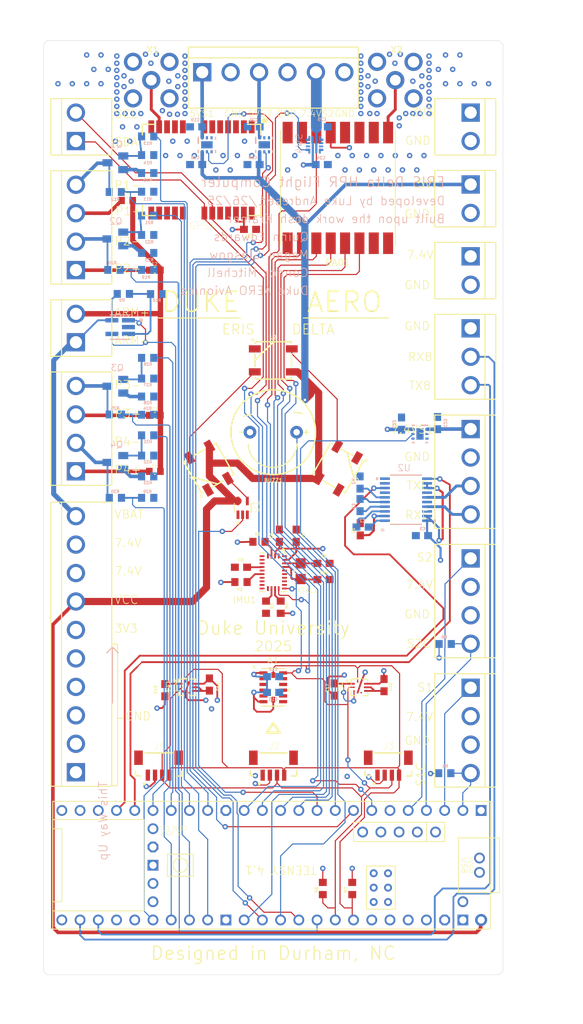
<source format=kicad_pcb>
(kicad_pcb (version 20240108) (generator "pcbnew") (generator_version "8.0")
  (layers (0 "F.Cu" signal) (1 "In1.Cu" signal) (2 "In2.Cu" signal) (31 "B.Cu" signal) (34 "B.Paste" user) (35 "F.Paste" user) (36 "B.SilkS" user "B.Silkscreen") (37 "F.SilkS" user "F.Silkscreen") (38 "B.Mask" user) (39 "F.Mask" user) (44 "Edge.Cuts" user))
  (net 0 "")
  (net 1 "GND")
  (net 2 "SCL")
  (net 3 "SDA")
  (net 4 "SCK")
  (net 5 "SW5V1")
  (net 6 "VCC")
  (net 7 "MISO")
  (net 8 "MOSI")
  (net 9 "CS-RF")
  (net 10 "RRST")
  (net 11 "B3V3-PG")
  (net 12 "B5-PG")
  (net 13 "PYRO1-FIRE")
  (net 14 "PYRO1-CONT")
  (net 15 "SERVO1-CONT")
  (net 16 "BATT-READ")
  (net 17 "BUZZ")
  (net 18 "LED")
  (net 19 "TX7")
  (net 20 "RX7")
  (net 21 "IRQ")
  (net 22 "PYRO2-CONT")
  (net 23 "PYRO2-FIRE")
  (net 24 "PYRO3-CONT")
  (net 25 "PYRO3-FIRE")
  (net 26 "PYRO4-CONT")
  (net 27 "PYRO4-FIRE")
  (net 28 "SERVO1")
  (net 29 "SERVO2")
  (net 30 "SW7.4V1")
  (net 31 "N$42")
  (net 32 "N$43")
  (net 33 "LSHIFT")
  (net 34 "3V3")
  (net 35 "RF-ANT")
  (net 36 "GPS-ANT")
  (net 37 "N$23")
  (net 38 "N$27")
  (net 39 "P1-")
  (net 40 "ARM")
  (net 41 "P1+")
  (net 42 "N$2")
  (net 43 "N$3")
  (net 44 "N$4")
  (net 45 "N$5")
  (net 46 "N$6")
  (net 47 "N$8")
  (net 48 "P2-")
  (net 49 "P2+")
  (net 50 "P3-")
  (net 51 "P3+")
  (net 52 "P4-")
  (net 53 "P4+")
  (net 54 "N$1")
  (net 55 "N$7")
  (net 56 "N$12")
  (net 57 "N$14")
  (net 58 "N$15")
  (net 59 "N$18")
  (net 60 "N$17")
  (net 61 "7.4V")
  (net 62 "5VS2")
  (net 63 "5VS1")
  (net 64 "7.4VS1")
  (net 65 "U2")
  (net 66 "N$19")
  (net 67 "N$22")
  (net 68 "N$24")
  (net 69 "N$25")
  (net 70 "N$21")
  (net 71 "TXE")
  (net 72 "RXE")
  (net 73 "SERVO2-CONT")
  (net 74 "VBAT")
  (net 75 "RX8")
  (net 76 "TX8")
  (net 77 "7.4VS2")
  (net 78 "SW5V2")
  (net 79 "SW7.4V2")
  (net 80 "BAT_DIV")
  (footprint "ERIS_DELTA_COMP:FUSC1608X60N" (layer "F.Cu") (at 132.0011 92.1536 180)
    (property "Reference" "F3")
    (property "Value" "0686F3000-01" (hide yes))
  )
  (footprint "ERIS_DELTA_COMP:C0603_334" (layer "F.Cu") (at 133.4011 130.4036 90)
    (property "Reference" "C15")
    (property "Value" "100nF" (hide yes))
  )
  (footprint "ERIS_DELTA_COMP:SMA90_DIP_420" (layer "F.Cu") (at 165.5011 45.5036)
    (property "Reference" "X2")
    (property "Value" "")
  )
  (footprint "ERIS_DELTA_COMP:R0603_334" (layer "F.Cu") (at 155.4011 158.0036 90)
    (property "Reference" "R8")
    (property "Value" "4.7k" (hide yes))
  )
  (footprint "ERIS_DELTA_COMP:RT3215_RAL" (layer "F.Cu") (at 152.3111 113.8436 90)
    (property "Reference" "XTAL1" (hide yes))
    (property "Value" "RT3215-32.768-12.5-TR" (hide yes))
  )
  (footprint "ERIS_DELTA_COMP:WS2812B" (layer "F.Cu") (at 157.5011 99.5036 -120)
    (property "Reference" "L3")
    (property "Value" "WS2812B" (hide yes))
  )
  (footprint "ERIS_DELTA_COMP:FUSC1608X60N" (layer "F.Cu") (at 132.0011 71.9536 180)
    (property "Reference" "F2")
    (property "Value" "0686F3000-01" (hide yes))
  )
  (footprint "ERIS_DELTA_COMP:WS2812B" (layer "F.Cu") (at 139.5011 99.5036 120)
    (property "Reference" "L1")
    (property "Value" "WS2812B" (hide yes))
  )
  (footprint "ERIS_DELTA_COMP:R0603_334" (layer "F.Cu") (at 159.5011 158.0036 90)
    (property "Reference" "R7")
    (property "Value" "4.7k" (hide yes))
  )
  (footprint "ERIS_DELTA_COMP:C0603_334" (layer "F.Cu") (at 151.6911 108.9036 90)
    (property "Reference" "C7")
    (property "Value" "100nF" (hide yes))
  )
  (footprint "ERIS_DELTA_COMP:B2P-VH" (layer "F.Cu") (at 176.0011 72.0036 -90)
    (property "Reference" "CN9" (hide yes))
    (property "Value" "")
  )
  (footprint "" (layer "F.Cu") (at 177.5011 43.0036)
    (property "Reference" "@HOLE3" (hide yes))
    (property "Value" "")
  )
  (footprint "ERIS_DELTA_COMP:LGA_CC-14-1_ADI" (layer "F.Cu") (at 148.5011 130.0036)
    (property "Reference" "A1" (hide yes))
    (property "Value" "ADXL375BCCZ-RL7" (hide yes))
  )
  (footprint "ERIS_DELTA_COMP:JST04_1MM_VERT" (layer "F.Cu") (at 132.5011 143.0036)
    (property "Reference" "J1")
    (property "Value" "Vertical Qwiic Connector" (hide yes))
  )
  (footprint "ERIS_DELTA_COMP:R0603_334" (layer "F.Cu") (at 146.5111 109.7536)
    (property "Reference" "R1")
    (property "Value" "10k" (hide yes))
  )
  (footprint "ERIS_DELTA_COMP:JST04_1MM_VERT" (layer "F.Cu") (at 164.5011 143.0036)
    (property "Reference" "J3")
    (property "Value" "Vertical Qwiic Connector" (hide yes))
  )
  (footprint "ERIS_DELTA_COMP:R0603_334" (layer "F.Cu") (at 149.5311 118.8536 -90)
    (property "Reference" "R4")
    (property "Value" "10k" (hide yes))
  )
  (footprint "ERIS_DELTA_COMP:FUSC1608X60N" (layer "F.Cu") (at 132.0011 99.9536 180)
    (property "Reference" "F4")
    (property "Value" "0686F3000-01" (hide yes))
  )
  (footprint "ERIS_DELTA_COMP:B6P-VH" (layer "F.Cu") (at 148.5011 44.4036)
    (property "Reference" "CN13" (hide yes))
    (property "Value" "")
  )
  (footprint "ERIS_DELTA_COMP:R0603_334" (layer "F.Cu") (at 147.4911 118.8536 -90)
    (property "Reference" "R3")
    (property "Value" "10k" (hide yes))
  )
  (footprint "ERIS_DELTA_COMP:NEO-M9N_M8T_M8U_D9S_F9P_518" (layer "F.Cu") (at 138.5011 58.0036 90)
    (property "Reference" "GPS1")
    (property "Value" "U-BLOX_NEO-M9N" (hide yes))
  )
  (footprint "ERIS_DELTA_COMP:C0603_334" (layer "F.Cu") (at 155.5011 115.0036)
    (property "Reference" "C10")
    (property "Value" "22pF" (hide yes))
  )
  (footprint "ERIS_DELTA_COMP:B2P-VH" (layer "F.Cu") (at 176.0011 62.0036 -90)
    (property "Reference" "CN7" (hide yes))
    (property "Value" "")
  )
  (footprint "ERIS_DELTA_COMP:BUZZER-12MM" (layer "F.Cu") (at 148.5011 94.5036)
    (property "Reference" "BUZZ1")
    (property "Value" "BUZZER-PTH" (hide yes))
  )
  (footprint "ERIS_DELTA_COMP:LGA10_BMP390_BOS-L" (layer "F.Cu") (at 160.5011 130.0036)
    (property "Reference" "B2")
    (property "Value" "BMP390LGA10_BMP390_BOS-L" (hide yes))
  )
  (footprint "ERIS_DELTA_COMP:JST04_1MM_VERT" (layer "F.Cu") (at 148.5011 143.0036)
    (property "Reference" "J2")
    (property "Value" "Vertical Qwiic Connector" (hide yes))
  )
  (footprint "ERIS_DELTA_COMP:SOT65P210X110-5N" (layer "F.Cu") (at 144.2311 105.0336 90)
    (property "Reference" "U1")
    (property "Value" "SN74AHCT1G125DCKT" (hide yes))
  )
  (footprint "ERIS_DELTA_COMP:B4P-VH" (layer "F.Cu") (at 176.0011 136.0036 -90)
    (property "Reference" "CN1" (hide yes))
    (property "Value" "")
  )
  (footprint "ERIS_DELTA_COMP:B4P-VH" (layer "F.Cu") (at 176.0011 100.0036 -90)
    (property "Reference" "CN5" (hide yes))
    (property "Value" "")
  )
  (footprint "" (layer "F.Cu") (at 177.5011 167.0036)
    (property "Reference" "@HOLE1" (hide yes))
    (property "Value" "")
  )
  (footprint "ERIS_DELTA_COMP:C0603_334" (layer "F.Cu") (at 157.0011 130.3136 90)
    (property "Reference" "C17")
    (property "Value" "100nF" (hide yes))
  )
  (footprint "ERIS_DELTA_COMP:C0603_334" (layer "F.Cu") (at 160.6211 108.0136 90)
    (property "Reference" "C1")
    (property "Value" "100nF" (hide yes))
  )
  (footprint "ERIS_DELTA_COMP:WS2812B" (layer "F.Cu") (at 148.5011 84.5036)
    (property "Reference" "L2")
    (property "Value" "WS2812B" (hide yes))
  )
  (footprint "ERIS_DELTA_COMP:C0603_334" (layer "F.Cu") (at 155.5011 112.7536)
    (property "Reference" "C9")
    (property "Value" "22pF" (hide yes))
  )
  (footprint "ERIS_DELTA_COMP:B2P-VH" (layer "F.Cu") (at 121.0011 80.0036 90)
    (property "Reference" "CN11" (hide yes))
    (property "Value" "")
  )
  (footprint "ERIS_DELTA_COMP:B10P-VH" (layer "F.Cu") (at 121.0011 124.0036 90)
    (property "Reference" "CN12" (hide yes))
    (property "Value" "")
  )
  (footprint "ERIS_DELTA_COMP:FUSC1608X60N" (layer "F.Cu") (at 128.1411 62.2536 180)
    (property "Reference" "F1")
    (property "Value" "0686F3000-01" (hide yes))
  )
  (footprint "" (layer "F.Cu") (at 119.5011 167.0036)
    (property "Reference" "@HOLE0" (hide yes))
    (property "Value" "")
  )
  (footprint "ERIS_DELTA_COMP:BNO08X_PKG_vf.XGgjGLvfRIem9WPZyf6Beg" (layer "F.Cu") (at 148.5011 114.0036 -90)
    (property "Reference" "IMU1")
    (property "Value" "")
  )
  (footprint "ERIS_DELTA_COMP:SMA90_DIP_420" (layer "F.Cu") (at 131.5011 45.5036)
    (property "Reference" "X1")
    (property "Value" "")
  )
  (footprint "ERIS_DELTA_COMP:C0603_334" (layer "F.Cu") (at 139.6011 129.6136 -90)
    (property "Reference" "C14")
    (property "Value" "100nF" (hide yes))
  )
  (footprint "ERIS_DELTA_COMP:B4P-VH" (layer "F.Cu") (at 121.0011 94.0036 90)
    (property "Reference" "CN3" (hide yes))
    (property "Value" "")
  )
  (footprint "ERIS_DELTA_COMP:B2P-VH" (layer "F.Cu") (at 176.0011 52.0036 -90)
    (property "Reference" "CN8" (hide yes))
    (property "Value" "")
  )
  (footprint "ERIS_DELTA_COMP:C0603_334" (layer "F.Cu") (at 144.0011 113.2936 180)
    (property "Reference" "C8")
    (property "Value" "100nF" (hide yes))
  )
  (footprint "ERIS_DELTA_COMP:XCVR_RFM95W-915S2" (layer "F.Cu") (at 157.5011 60.5036 90)
    (property "Reference" "RAD1")
    (property "Value" "RFM95W-915S2" (hide yes))
  )
  (footprint "ERIS_DELTA_COMP:B3P-VH" (layer "F.Cu") (at 176.0011 84.0036 -90)
    (property "Reference" "CN6" (hide yes))
    (property "Value" "")
  )
  (footprint "ERIS_DELTA_COMP:C0603_334" (layer "F.Cu") (at 163.9311 129.7036 -90)
    (property "Reference" "C16")
    (property "Value" "100nF" (hide yes))
  )
  (footprint "ERIS_DELTA_COMP:B4P-VH" (layer "F.Cu") (at 176.0011 118.0036 -90)
    (property "Reference" "CN2" (hide yes))
    (property "Value" "")
  )
  (footprint "ERIS_DELTA_COMP:TEENSY41" (layer "F.Cu") (at 146.9811 154.7636 180)
    (property "Reference" "U$1" (hide yes))
    (property "Value" "TEENSY41" (hide yes))
  )
  (footprint "ERIS_DELTA_COMP:B4P-VH" (layer "F.Cu") (at 121.0011 66.0036 90)
    (property "Reference" "CN4" (hide yes))
    (property "Value" "")
  )
  (footprint "ERIS_DELTA_COMP:R0603_334" (layer "F.Cu") (at 144.0011 115.3536)
    (property "Reference" "R2")
    (property "Value" "10k" (hide yes))
  )
  (footprint "ERIS_DELTA_COMP:C0603_334" (layer "F.Cu") (at 145.2611 66.2736)
    (property "Reference" "C11")
    (property "Value" "1uF" (hide yes))
  )
  (footprint "ERIS_DELTA_COMP:C0603_334" (layer "F.Cu") (at 149.3511 108.9036 90)
    (property "Reference" "C6")
    (property "Value" "100nF" (hide yes))
  )
  (footprint "" (layer "F.Cu") (at 119.5011 43.0036)
    (property "Reference" "@HOLE2" (hide yes))
    (property "Value" "")
  )
  (footprint "ERIS_DELTA_COMP:LGA10_BMP390_BOS-L" (layer "F.Cu") (at 136.5011 130.0036)
    (property "Reference" "B1")
    (property "Value" "BMP390LGA10_BMP390_BOS-L" (hide yes))
  )
  (footprint "ERIS_DELTA_COMP:B2P-VH" (layer "F.Cu") (at 121.0011 52.0036 90)
    (property "Reference" "CN10" (hide yes))
    (property "Value" "")
  )
  (footprint "ERIS_DELTA_COMP:C0603_334" (layer "B.Cu") (at 145.7511 57.2536 180)
    (property "Reference" "C20")
    (property "Value" "1uF" (hide yes))
  )
  (footprint "ERIS_DELTA_COMP:21-0066J_20_MXM_46576824" (layer "B.Cu") (at 166.9911 103.8936)
    (property "Reference" "U2" (hide yes))
    (property "Value" "MAX3380EEUP+21-0066J_20_MXM" (hide yes))
  )
  (footprint "ERIS_DELTA_COMP:R0603_334" (layer "B.Cu") (at 131.0011 53.3336)
    (property "Reference" "R13")
    (property "Value" "1k" (hide yes))
  )
  (footprint "ERIS_DELTA_COMP:R0603_334" (layer "B.Cu") (at 131.0011 94.9336)
    (property "Reference" "R31")
    (property "Value" "1k" (hide yes))
  )
  (footprint "ERIS_DELTA_COMP:C0603_334" (layer "B.Cu") (at 171.3911 93.2336 90)
    (property "Reference" "C23")
    (property "Value" "0.1uF" (hide yes))
  )
  (footprint "ERIS_DELTA_COMP:R0603_334" (layer "B.Cu") (at 131.0011 61.0336 180)
    (property "Reference" "R11")
    (property "Value" "100k" (hide yes))
  )
  (footprint "ERIS_DELTA_COMP:C0603_334" (layer "B.Cu") (at 155.2511 52.0036)
    (property "Reference" "C25")
    (property "Value" "1uF" (hide yes))
  )
  (footprint "ERIS_DELTA_COMP:R0603_334" (layer "B.Cu") (at 132.2511 75.2736)
    (property "Reference" "R10")
    (property "Value" "10k" (hide yes))
  )
  (footprint "ERIS_DELTA_COMP:SOT23" (layer "B.Cu") (at 126.5011 57.0036 -90)
    (property "Reference" "Q1")
    (property "Value" "")
  )
  (footprint "ERIS_DELTA_COMP:C0603_334" (layer "B.Cu") (at 148.4811 128.5136)
    (property "Reference" "C12")
    (property "Value" "10uF" (hide yes))
  )
  (footprint "ERIS_DELTA_COMP:R0603_334" (layer "B.Cu") (at 131.0011 89.5336)
    (property "Reference" "R28")
    (property "Value" "1" (hide yes))
  )
  (footprint "ERIS_DELTA_COMP:R0603_334" (layer "B.Cu") (at 131.0011 87.0336)
    (property "Reference" "R27")
    (property "Value" "47k" (hide yes))
  )
  (footprint "ERIS_DELTA_COMP:SOT23" (layer "B.Cu") (at 126.5011 67.6036 -90)
    (property "Reference" "Q2")
    (property "Value" "")
  )
  (footprint "ERIS_DELTA_COMP:C0603_334" (layer "B.Cu") (at 169.2211 108.8936 180)
    (property "Reference" "C5")
    (property "Value" "100nF" (hide yes))
  )
  (footprint "ERIS_DELTA_COMP:R0603_334" (layer "B.Cu") (at 131.0011 84.1536)
    (property "Reference" "R26")
    (property "Value" "1k" (hide yes))
  )
  (footprint "ERIS_DELTA_COMP:R0603_334" (layer "B.Cu") (at 172.4511 123.9736 180)
    (property "Reference" "R6")
    (property "Value" "10k" (hide yes))
  )
  (footprint "ERIS_DELTA_COMP:C0603_334" (layer "B.Cu") (at 155.2511 57.2536)
    (property "Reference" "C24")
    (property "Value" "1uF" (hide yes))
  )
  (footprint "ERIS_DELTA_COMP:DRV0006A_NV_vf.FMRw0siSRJu5t1qxaqj72w" (layer "B.Cu") (at 139.2511 54.5036 -90)
    (property "Reference" "SW1")
    (property "Value" "TPS22810DRVRDRV0006A_NV" (hide yes))
  )
  (footprint "ERIS_DELTA_COMP:C0603_334" (layer "B.Cu") (at 160.5911 104.6436 90)
    (property "Reference" "C3")
    (property "Value" "100nF" (hide yes))
  )
  (footprint "ERIS_DELTA_COMP:C0603_334" (layer "B.Cu") (at 160.9411 107.6936 180)
    (property "Reference" "C2")
    (property "Value" "100nF" (hide yes))
  )
  (footprint "ERIS_DELTA_COMP:SOT23" (layer "B.Cu") (at 126.5011 98.7036 -90)
    (property "Reference" "Q4")
    (property "Value" "")
  )
  (footprint "ERIS_DELTA_COMP:R0603_334" (layer "B.Cu") (at 131.0011 97.7536)
    (property "Reference" "R32")
    (property "Value" "47k" (hide yes))
  )
  (footprint "ERIS_DELTA_COMP:R0603_334" (layer "B.Cu") (at 131.0011 92.0736 180)
    (property "Reference" "R24")
    (property "Value" "100k" (hide yes))
  )
  (footprint "ERIS_DELTA_COMP:C0603_334" (layer "B.Cu") (at 166.3711 93.3036 90)
    (property "Reference" "C22")
    (property "Value" "1uF" (hide yes))
  )
  (footprint "ERIS_DELTA_COMP:R0603_334" (layer "B.Cu") (at 172.3911 141.9536 180)
    (property "Reference" "R5")
    (property "Value" "10k" (hide yes))
  )
  (footprint "ERIS_DELTA_COMP:R0603_334" (layer "B.Cu") (at 131.0011 58.4336)
    (property "Reference" "R15")
    (property "Value" "1" (hide yes))
  )
  (footprint "ERIS_DELTA_COMP:C0603_334" (layer "B.Cu") (at 137.7511 52.0036 180)
    (property "Reference" "C19")
    (property "Value" "0.1uF" (hide yes))
  )
  (footprint "ERIS_DELTA_COMP:R0603_334" (layer "B.Cu") (at 126.5011 92.0336 180)
    (property "Reference" "R25")
    (property "Value" "470k" (hide yes))
  )
  (footprint "ERIS_DELTA_COMP:R0603_334" (layer "B.Cu") (at 126.5011 103.6336 180)
    (property "Reference" "R30")
    (property "Value" "470k" (hide yes))
  )
  (footprint "ERIS_DELTA_COMP:R0603_334" (layer "B.Cu") (at 131.0011 100.6536)
    (property "Reference" "R33")
    (property "Value" "1" (hide yes))
  )
  (footprint "ERIS_DELTA_COMP:R0603_334" (layer "B.Cu") (at 131.0011 64.3536)
    (property "Reference" "R21")
    (property "Value" "1k" (hide yes))
  )
  (footprint "ERIS_DELTA_COMP:R0603_334" (layer "B.Cu") (at 131.0011 103.6336 180)
    (property "Reference" "R29")
    (property "Value" "100k" (hide yes))
  )
  (footprint "ERIS_DELTA_COMP:R0603_334" (layer "B.Cu") (at 131.0011 71.9136 180)
    (property "Reference" "R19")
    (property "Value" "100k" (hide yes))
  )
  (footprint "ERIS_DELTA_COMP:R0603_334" (layer "B.Cu") (at 131.0011 69.5536)
    (property "Reference" "R23")
    (property "Value" "1" (hide yes))
  )
  (footprint "ERIS_DELTA_COMP:DBV0005A-IPC_A" (layer "B.Cu") (at 127.1711 79.8736 180)
    (property "Reference" "U6")
    (property "Value" "OPA990IDBVR" (hide yes))
  )
  (footprint "ERIS_DELTA_COMP:R0603_334" (layer "B.Cu") (at 131.0011 55.9336)
    (property "Reference" "R14")
    (property "Value" "47k" (hide yes))
  )
  (footprint "ERIS_DELTA_COMP:R0603_334" (layer "B.Cu") (at 131.0011 67.0536)
    (property "Reference" "R22")
    (property "Value" "47k" (hide yes))
  )
  (footprint "ERIS_DELTA_COMP:SOT23" (layer "B.Cu") (at 126.5011 88.1036 -90)
    (property "Reference" "Q3")
    (property "Value" "")
  )
  (footprint "ERIS_DELTA_COMP:R0603_334" (layer "B.Cu") (at 127.6111 75.2536)
    (property "Reference" "R9")
    (property "Value" "62k" (hide yes))
  )
  (footprint "ERIS_DELTA_COMP:C0603_334" (layer "B.Cu") (at 145.7511 52.0036 180)
    (property "Reference" "C21")
    (property "Value" "0.1uF" (hide yes))
  )
  (footprint "ERIS_DELTA_COMP:C0603_334" (layer "B.Cu") (at 160.5911 101.5036 -90)
    (property "Reference" "C4")
    (property "Value" "100nF" (hide yes))
  )
  (footprint "ERIS_DELTA_COMP:VQFN10_RPW_TEX" (layer "B.Cu") (at 154.2511 54.5036)
    (property "Reference" "SW4")
    (property "Value" "PTPS22811LRPWR" (hide yes))
  )
  (footprint "ERIS_DELTA_COMP:DRV0006A_NV_vf.FMRw0siSRJu5t1qxaqj72w" (layer "B.Cu") (at 168.9411 94.7436 180)
    (property "Reference" "SW3")
    (property "Value" "TPS22810DRVRDRV0006A_NV" (hide yes))
  )
  (footprint "ERIS_DELTA_COMP:DRV0006A_NV_vf.FMRw0siSRJu5t1qxaqj72w" (layer "B.Cu") (at 147.2511 54.5036 -90)
    (property "Reference" "SW2")
    (property "Value" "TPS22810DRVRDRV0006A_NV" (hide yes))
  )
  (footprint "ERIS_DELTA_COMP:C0603_334" (layer "B.Cu") (at 137.7511 57.2536 180)
    (property "Reference" "C18")
    (property "Value" "1uF" (hide yes))
  )
  (footprint "ERIS_DELTA_COMP:C0603_334" (layer "B.Cu") (at 148.4811 130.7136)
    (property "Reference" "C13")
    (property "Value" "100nF" (hide yes))
  )
  (footprint "ERIS_DELTA_COMP:R0603_334" (layer "B.Cu") (at 126.3011 71.9136 180)
    (property "Reference" "R20")
    (property "Value" "470k" (hide yes))
  )
  (footprint "ERIS_DELTA_COMP:R0603_334" (layer "B.Cu") (at 126.5011 61.0736 180)
    (property "Reference" "R12")
    (property "Value" "470k" (hide yes))
  )
  (gr_line (start 126.1011 124.4036) (end 126.9011 125.2036) (stroke (width 0.1524)) (layer "B.SilkS"))
  (gr_line (start 126.1011 124.4036) (end 125.3011 125.2036) (stroke (width 0.1524)) (layer "B.SilkS"))
  (gr_line (start 126.1011 132.2036) (end 126.1011 124.4036) (stroke (width 0.1524)) (layer "B.SilkS"))
  (gr_line (start 152.6011 91.9036) (end 151.4011 91.7036) (stroke (width 0.1524)) (layer "F.SilkS"))
  (gr_arc (start 151.8011 96.1036) (mid 148.448943 99.406939) (end 145.001099 96.203601) (stroke (width 0.1524)) (layer "F.SilkS"))
  (gr_line (start 126.8011 134.3036) (end 127.5011 134.3036) (stroke (width 0.1524)) (layer "F.SilkS"))
  (gr_line (start 126.8011 134.3036) (end 126.8011 143.7036) (stroke (width 0.1524)) (layer "F.SilkS"))
  (gr_line (start 144.3011 92.3036) (end 145.5011 92.0036) (stroke (width 0.1524)) (layer "F.SilkS"))
  (gr_line (start 149.4011 136.3036) (end 147.6011 136.3036) (stroke (width 0.3048)) (layer "F.SilkS"))
  (gr_line (start 132.5011 78.6036) (end 143.9011 78.6036) (stroke (width 0.1524)) (layer "F.SilkS"))
  (gr_line (start 126.8011 124.0036) (end 126.8011 134.3036) (stroke (width 0.1524)) (layer "F.SilkS"))
  (gr_line (start 126.0011 124.0036) (end 126.8011 124.0036) (stroke (width 0.1524)) (layer "F.SilkS"))
  (gr_line (start 153.1011 94.2036) (end 153.1011 94.8036) (stroke (width 0.1524)) (layer "F.SilkS"))
  (gr_line (start 148.5011 135.0036) (end 149.4011 136.3036) (stroke (width 0.3048)) (layer "F.SilkS"))
  (gr_line (start 152.8011 94.5036) (end 153.4011 94.5036) (stroke (width 0.1524)) (layer "F.SilkS"))
  (gr_line (start 144.2011 94.5036) (end 143.8011 94.5036) (stroke (width 0.1524)) (layer "F.SilkS"))
  (gr_line (start 126.1011 143.7036) (end 126.8011 143.7036) (stroke (width 0.1524)) (layer "F.SilkS"))
  (gr_line (start 147.6011 136.3036) (end 148.5011 135.0036) (stroke (width 0.3048)) (layer "F.SilkS"))
  (gr_line (start 152.7011 78.6036) (end 164.6011 78.6036) (stroke (width 0.1524)) (layer "F.SilkS"))
  (gr_line (start 180.0011 170.0036) (end 180.5011 169.5036) (stroke (width 0.05)) (layer "Edge.Cuts"))
  (gr_line (start 180.5011 169.5036) (end 180.5011 40.5036) (stroke (width 0.05)) (layer "Edge.Cuts"))
  (gr_line (start 117.0011 40.0036) (end 116.5011 40.5036) (stroke (width 0.05)) (layer "Edge.Cuts"))
  (gr_line (start 180.5011 40.5036) (end 180.0011 40.0036) (stroke (width 0.05)) (layer "Edge.Cuts"))
  (gr_line (start 116.5011 169.5036) (end 117.0011 170.0036) (stroke (width 0.05)) (layer "Edge.Cuts"))
  (gr_line (start 180.0011 40.0036) (end 117.0011 40.0036) (stroke (width 0.05)) (layer "Edge.Cuts"))
  (gr_line (start 116.5011 40.5036) (end 116.5011 169.5036) (stroke (width 0.05)) (layer "Edge.Cuts"))
  (gr_line (start 117.0011 170.0036) (end 180.0011 170.0036) (stroke (width 0.05)) (layer "Edge.Cuts"))
  (gr_text "Developed by Luke Andresen" (at 172.5011 63.0036 0) (layer "B.SilkS") (effects (font (size 1.196 1.196) (thickness 0.104)) (justify left bottom mirror)))
  (gr_text "Built upon the work of: " (at 172.5011 65.5036 0) (layer "B.SilkS") (effects (font (size 1.196 1.196) (thickness 0.104)) (justify left bottom mirror)))
  (gr_text "U2" (at 167.7011 100.0036 0) (layer "B.SilkS") (effects (font (size 0.92 0.92) (thickness 0.08)) (justify left bottom mirror)))
  (gr_text "Quinn Edwards" (at 153.5011 68.0036 0) (layer "B.SilkS") (effects (font (size 1.196 1.196) (thickness 0.104)) (justify left bottom mirror)))
  (gr_text "Duke AERO Avionics" (at 153.5011 75.5036 0) (layer "B.SilkS") (effects (font (size 1.196 1.196) (thickness 0.104)) (justify left bottom mirror)))
  (gr_text "Josh Kramer" (at 153.5011 65.5036 0) (layer "B.SilkS") (effects (font (size 1.196 1.196) (thickness 0.104)) (justify left bottom mirror)))
  (gr_text "This Way Up" (at 125.5011 143.0036 90) (layer "B.SilkS") (effects (font (size 1.196 1.196) (thickness 0.104)) (justify left bottom mirror)))
  (gr_text "Connor Mitchell" (at 153.5011 73.0036 0) (layer "B.SilkS") (effects (font (size 1.196 1.196) (thickness 0.104)) (justify left bottom mirror)))
  (gr_text "ERIS Delta HPR Flight Computer" (at 172.5011 60.5036 0) (layer "B.SilkS") (effects (font (size 1.38 1.38) (thickness 0.12)) (justify left bottom mirror)))
  (gr_text "Megan Glasgow" (at 153.5011 70.5036 0) (layer "B.SilkS") (effects (font (size 1.196 1.196) (thickness 0.104)) (justify left bottom mirror)))
  (gr_text "1/26/25" (at 147.5011 63.0036 0) (layer "B.SilkS") (effects (font (size 1.196 1.196) (thickness 0.104)) (justify left bottom mirror)))
  (gr_text "DELTA" (at 151.0011 81.0036 0) (layer "F.SilkS") (effects (font (size 1.38 1.38) (thickness 0.12)) (justify left bottom)))
  (gr_text "S1" (at 168.5011 130.7036 0) (layer "F.SilkS") (effects (font (size 1.1684 1.1684) (thickness 0.1016)) (justify left bottom)))
  (gr_text "P2-" (at 126.3011 68.6036 0) (layer "F.SilkS") (effects (font (size 1.1684 1.1684) (thickness 0.1016)) (justify left bottom)))
  (gr_text "3V3" (at 126.3011 122.5036 0) (layer "F.SilkS") (effects (font (size 1.1684 1.1684) (thickness 0.1016)) (justify left bottom)))
  (gr_text "RXE" (at 166.8011 106.7036 0) (layer "F.SilkS") (effects (font (size 1.1684 1.1684) (thickness 0.1016)) (justify left bottom)))
  (gr_text "XTAL1" (at 151.7011 116.9036 0) (layer "F.SilkS") (effects (font (size 0.69 0.69) (thickness 0.06)) (justify left bottom)))
  (gr_text "Duke University" (at 148.5011 121.7536 0) (layer "F.SilkS") (effects (font (size 1.84 1.84) (thickness 0.16))))
  (gr_text "GND" (at 166.7011 138.1036 0) (layer "F.SilkS") (effects (font (size 1.1684 1.1684) (thickness 0.1016)) (justify left bottom)))
  (gr_text "P1-" (at 126.3011 60.8036 0) (layer "F.SilkS") (effects (font (size 1.1684 1.1684) (thickness 0.1016)) (justify left bottom)))
  (gr_text "TXE" (at 167.0011 102.6036 0) (layer "F.SilkS") (effects (font (size 1.1684 1.1684) (thickness 0.1016)) (justify left bottom)))
  (gr_text "GND" (at 166.7011 98.6036 0) (layer "F.SilkS") (effects (font (size 1.1684 1.1684) (thickness 0.1016)) (justify left bottom)))
  (gr_text "7.4V" (at 166.9011 134.8036 0) (layer "F.SilkS") (effects (font (size 1.1684 1.1684) (thickness 0.1016)) (justify left bottom)))
  (gr_text "P4-" (at 126.3011 96.5036 0) (layer "F.SilkS") (effects (font (size 1.1684 1.1684) (thickness 0.1016)) (justify left bottom)))
  (gr_text "7.4VS1" (at 164.8011 94.8036 0) (layer "F.SilkS") (effects (font (size 1.1684 1.1684) (thickness 0.1016)) (justify left bottom)))
  (gr_text "2025" (at 148.5011 124.3036 0) (layer "F.SilkS") (effects (font (size 1.38 1.38) (thickness 0.12))))
  (gr_text "TX8" (at 167.3011 88.7036 0) (layer "F.SilkS") (effects (font (size 1.1684 1.1684) (thickness 0.1016)) (justify left bottom)))
  (gr_text "P3-" (at 126.3011 88.6036 0) (layer "F.SilkS") (effects (font (size 1.1684 1.1684) (thickness 0.1016)) (justify left bottom)))
  (gr_text "GND" (at 166.7011 64.8036 0) (layer "F.SilkS") (effects (font (size 1.1684 1.1684) (thickness 0.1016)) (justify left bottom)))
  (gr_text "GND" (at 157.0011 50.7036 0) (layer "F.SilkS") (effects (font (size 0.92 0.92) (thickness 0.08)) (justify left bottom)))
  (gr_text "ARM+" (at 126.3011 78.5036 0) (layer "F.SilkS") (effects (font (size 1.1684 1.1684) (thickness 0.1016)) (justify left bottom)))
  (gr_text "Designed in Durham, NC" (at 148.5011 167.0036 0) (layer "F.SilkS") (effects (font (size 1.84 1.84) (thickness 0.16))))
  (gr_text "S2" (at 168.4011 112.6036 0) (layer "F.SilkS") (effects (font (size 1.1684 1.1684) (thickness 0.1016)) (justify left bottom)))
  (gr_text "GND" (at 166.8011 54.6036 0) (layer "F.SilkS") (effects (font (size 1.1684 1.1684) (thickness 0.1016)) (justify left bottom)))
  (gr_text "SDA" (at 126.3011 54.8036 0) (layer "F.SilkS") (effects (font (size 1.1684 1.1684) (thickness 0.1016)) (justify left bottom)))
  (gr_text "DUKE" (at 144.0011 78.0036 0) (layer "F.SilkS") (effects (font (size 2.76 2.76) (thickness 0.24)) (justify right bottom)))
  (gr_text "3V3" (at 167.6011 50.7036 0) (layer "F.SilkS") (effects (font (size 1.1684 1.1684) (thickness 0.1016)) (justify left bottom)))
  (gr_text "A1" (at 147.6011 126.8036 0) (layer "F.SilkS") (effects (font (size 0.92 0.92) (thickness 0.08)) (justify left bottom)))
  (gr_text "GND" (at 166.7011 80.4036 0) (layer "F.SilkS") (effects (font (size 1.1684 1.1684) (thickness 0.1016)) (justify left bottom)))
  (gr_text "VCC" (at 126.3011 118.5036 0) (layer "F.SilkS") (effects (font (size 1.1684 1.1684) (thickness 0.1016)) (justify left bottom)))
  (gr_text "P3+" (at 126.3011 92.6036 0) (layer "F.SilkS") (effects (font (size 1.1684 1.1684) (thickness 0.1016)) (justify left bottom)))
  (gr_text "7.4V" (at 126.3011 114.5036 0) (layer "F.SilkS") (effects (font (size 1.1684 1.1684) (thickness 0.1016)) (justify left bottom)))
  (gr_text "P2+" (at 126.3011 72.4036 0) (layer "F.SilkS") (effects (font (size 1.1684 1.1684) (thickness 0.1016)) (justify left bottom)))
  (gr_text "SCL" (at 126.3011 50.9036 0) (layer "F.SilkS") (effects (font (size 1.1684 1.1684) (thickness 0.1016)) (justify left bottom)))
  (gr_text "GND" (at 166.7011 74.7036 0) (layer "F.SilkS") (effects (font (size 1.1684 1.1684) (thickness 0.1016)) (justify left bottom)))
  (gr_text "7.4V" (at 126.3011 110.6036 0) (layer "F.SilkS") (effects (font (size 1.1684 1.1684) (thickness 0.1016)) (justify left bottom)))
  (gr_text "VBAT" (at 126.3011 106.6036 0) (layer "F.SilkS") (effects (font (size 1.1684 1.1684) (thickness 0.1016)) (justify left bottom)))
  (gr_text "GND" (at 166.7011 120.5036 0) (layer "F.SilkS") (effects (font (size 1.1684 1.1684) (thickness 0.1016)) (justify left bottom)))
  (gr_text "P1+" (at 126.4011 64.4036 0) (layer "F.SilkS") (effects (font (size 1.1684 1.1684) (thickness 0.1016)) (justify left bottom)))
  (gr_text "7.4V" (at 167.0011 70.5036 0) (layer "F.SilkS") (effects (font (size 1.1684 1.1684) (thickness 0.1016)) (justify left bottom)))
  (gr_text "S1C" (at 169.7011 143.9036 90) (layer "F.SilkS") (effects (font (size 1.1684 1.1684) (thickness 0.1016)) (justify left bottom)))
  (gr_text "GND" (at 148.9011 50.7036 0) (layer "F.SilkS") (effects (font (size 0.92 0.92) (thickness 0.08)) (justify left bottom)))
  (gr_text "7.4VS2" (at 152.2011 50.7036 0) (layer "F.SilkS") (effects (font (size 0.92 0.92) (thickness 0.08)) (justify left bottom)))
  (gr_text "5VS2" (at 144.9011 50.7036 0) (layer "F.SilkS") (effects (font (size 0.92 0.92) (thickness 0.08)) (justify left bottom)))
  (gr_text "S2C" (at 167.0011 124.6036 0) (layer "F.SilkS") (effects (font (size 1.1684 1.1684) (thickness 0.1016)) (justify left bottom)))
  (gr_text "RX8" (at 167.2011 84.7036 0) (layer "F.SilkS") (effects (font (size 1.1684 1.1684) (thickness 0.1016)) (justify left bottom)))
  (gr_text "7.4V" (at 166.9011 116.4036 0) (layer "F.SilkS") (effects (font (size 1.1684 1.1684) (thickness 0.1016)) (justify left bottom)))
  (gr_text "5V" (at 168.4011 60.6036 0) (layer "F.SilkS") (effects (font (size 1.1684 1.1684) (thickness 0.1016)) (justify left bottom)))
  (gr_text "P4+" (at 126.3011 100.4036 0) (layer "F.SilkS") (effects (font (size 1.1684 1.1684) (thickness 0.1016)) (justify left bottom)))
  (gr_text "GND" (at 127.8011 134.7036 0) (layer "F.SilkS") (effects (font (size 1.1684 1.1684) (thickness 0.1016)) (justify left bottom)))
  (gr_text "ERIS" (at 146.0011 81.0036 0) (layer "F.SilkS") (effects (font (size 1.38 1.38) (thickness 0.12)) (justify right bottom)))
  (gr_text "5VS1  GND" (at 136.8011 50.7036 0) (layer "F.SilkS") (effects (font (size 0.92 0.92) (thickness 0.08)) (justify left bottom)))
  (gr_text "ARM-" (at 126.3011 82.4036 0) (layer "F.SilkS") (effects (font (size 1.1684 1.1684) (thickness 0.1016)) (justify left bottom)))
  (gr_text "AERO" (at 153.0011 78.0036 0) (layer "F.SilkS") (effects (font (size 2.76 2.76) (thickness 0.24)) (justify left bottom)))
  (segment (start 163.8812 130.5037) (end 163.9311 130.5536) (width 0.1524) (layer "F.Cu") (net 1))
  (segment (start 158.3011 129.5035) (end 157.041 129.5035) (width 0.25) (layer "F.Cu") (net 1))
  (segment (start 161.2504 130.5037) (end 162.6011 130.5037) (width 0.25) (layer "F.Cu") (net 1))
  (segment (start 159.7518 131.901816) (end 159.7011 131.9036) (width 0.1524) (layer "F.Cu") (net 1))
  (segment (start 159.7518 130.5037) (end 159.7518 131.901816) (width 0.1524) (layer "F.Cu") (net 1))
  (segment (start 137.2504 130.5037) (end 137.2505 130.5036) (width 0.1524) (layer "F.Cu") (net 1))
  (segment (start 159.7518 129.5035) (end 158.3011 129.5035) (width 0.25) (layer "F.Cu") (net 1))
  (segment (start 158.2943 130.7036) (end 158.3011 129.5035) (width 0.1524) (layer "F.Cu") (net 1))
  (segment (start 135.7518 129.5035) (end 133.4512 129.5035) (width 0.25) (layer "F.Cu") (net 1))
  (segment (start 139.5611 130.5036) (end 139.6011 130.4636) (width 0.1524) (layer "F.Cu") (net 1))
  (segment (start 162.6011 130.5037) (end 163.8812 130.5037) (width 0.25) (layer "F.Cu") (net 1))
  (segment (start 138.6011 130.5036) (end 139.5611 130.5036) (width 0.25) (layer "F.Cu") (net 1))
  (segment (start 133.4512 129.5035) (end 133.4011 129.5536) (width 0.1524) (layer "F.Cu") (net 1))
  (segment (start 138.1011 130.0036) (end 138.6011 130.5036) (width 0.25) (layer "F.Cu") (net 1))
  (segment (start 157.041 129.5035) (end 157.0011 129.4636) (width 0.1524) (layer "F.Cu") (net 1))
  (segment (start 137.2505 130.5036) (end 138.6011 130.5036) (width 0.25) (layer "F.Cu") (net 1))
  (segment (start 162.101 130.0036) (end 162.6011 130.5037) (width 0.25) (layer "F.Cu") (net 1))
  (segment (start 137.2504 130.0036) (end 138.1011 130.0036) (width 0.25) (layer "F.Cu") (net 1))
  (segment (start 161.2504 130.0036) (end 162.101 130.0036) (width 0.25) (layer "F.Cu") (net 1))
  (via (at 166.2011 41.9036) (size 0.7564) (drill 0.35) (layers "F.Cu" "B.Cu") (net 1))
  (via (at 126.7011 46.1536) (size 0.7564) (drill 0.35) (layers "F.Cu" "B.Cu") (net 1))
  (via (at 131.4511 43.1536) (size 0.7564) (drill 0.35) (layers "F.Cu" "B.Cu") (net 1))
  (via (at 169.2011 46.4036) (size 0.7564) (drill 0.35) (layers "F.Cu" "B.Cu") (net 1))
  (via (at 126.7011 45.1536) (size 0.7564) (drill 0.35) (layers "F.Cu" "B.Cu") (net 1))
  (via (at 174.5011 46.0036) (size 0.7564) (drill 0.35) (layers "F.Cu" "B.Cu") (net 1))
  (via (at 128.5011 54.0036) (size 0.7564) (drill 0.35) (layers "F.Cu" "B.Cu") (net 1))
  (via (at 172.5011 46.0036) (size 0.7564) (drill 0.35) (layers "F.Cu" "B.Cu") (net 1))
  (via (at 136.2011 47.1536) (size 0.7564) (drill 0.35) (layers "F.Cu" "B.Cu") (net 1))
  (via (at 159.5011 56.0036) (size 0.7564) (drill 0.35) (layers "F.Cu" "B.Cu") (net 1))
  (via (at 122.5011 46.0036) (size 0.7564) (drill 0.35) (layers "F.Cu" "B.Cu") (net 1))
  (via (at 135.5011 56.0036) (size 0.7564) (drill 0.35) (layers "F.Cu" "B.Cu") (net 1))
  (via (at 126.7011 50.1536) (size 0.7564) (drill 0.35) (layers "F.Cu" "B.Cu") (net 1))
  (via (at 158.5011 58.0036) (size 0.7564) (drill 0.35) (layers "F.Cu" "B.Cu") (net 1))
  (via (at 161.7011 46.4036) (size 0.7564) (drill 0.35) (layers "F.Cu" "B.Cu") (net 1))
  (via (at 133.5011 56.0036) (size 0.7564) (drill 0.35) (layers "F.Cu" "B.Cu") (net 1))
  (via (at 126.7011 48.1536) (size 0.7564) (drill 0.35) (layers "F.Cu" "B.Cu") (net 1))
  (via (at 126.5011 54.0036) (size 0.7564) (drill 0.35) (layers "F.Cu" "B.Cu") (net 1))
  (via (at 124.5011 46.0036) (size 0.7564) (drill 0.35) (layers "F.Cu" "B.Cu") (net 1))
  (via (at 140.5011 58.0036) (size 0.7564) (drill 0.35) (layers "F.Cu" "B.Cu") (net 1))
  (via (at 127.7011 46.4036) (size 0.7564) (drill 0.35) (layers "F.Cu" "B.Cu") (net 1))
  (via (at 164.7011 41.9036) (size 0.7564) (drill 0.35) (layers "F.Cu" "B.Cu") (net 1))
  (via (at 170.2011 42.1536) (size 0.7564) (drill 0.35) (layers "F.Cu" "B.Cu") (net 1))
  (via (at 126.7011 47.1536) (size 0.7564) (drill 0.35) (layers "F.Cu" "B.Cu") (net 1))
  (via (at 167.5011 56.0036) (size 0.7564) (drill 0.35) (layers "F.Cu" "B.Cu") (net 1))
  (via (at 163.5011 56.0036) (size 0.7564) (drill 0.35) (layers "F.Cu" "B.Cu") (net 1))
  (via (at 151.5011 56.0036) (size 0.7564) (drill 0.35) (layers "F.Cu" "B.Cu") (net 1))
  (via (at 165.5011 56.0036) (size 0.7564) (drill 0.35) (layers "F.Cu" "B.Cu") (net 1))
  (via (at 169.5011 56.0036) (size 0.7564) (drill 0.35) (layers "F.Cu" "B.Cu") (net 1))
  (via (at 135.2011 44.9036) (size 0.7564) (drill 0.35) (layers "F.Cu" "B.Cu") (net 1))
  (via (at 136.2011 46.1536) (size 0.7564) (drill 0.35) (layers "F.Cu" "B.Cu") (net 1))
  (via (at 130.7011 41.9036) (size 0.7564) (drill 0.35) (layers "F.Cu" "B.Cu") (net 1))
  (via (at 136.5011 54.0036) (size 0.7564) (drill 0.35) (layers "F.Cu" "B.Cu") (net 1))
  (via (at 160.7011 48.1536) (size 0.7564) (drill 0.35) (layers "F.Cu" "B.Cu") (net 1))
  (via (at 157.5011 56.0036) (size 0.7564) (drill 0.35) (layers "F.Cu" "B.Cu") (net 1))
  (via (at 158.8011 142.4036) (size 0.7564) (drill 0.35) (layers "F.Cu" "B.Cu") (net 1))
  (via (at 168.5011 58.0036) (size 0.7564) (drill 0.35) (layers "F.Cu" "B.Cu") (net 1))
  (via (at 120.5011 46.0036) (size 0.7564) (drill 0.35) (layers "F.Cu" "B.Cu") (net 1))
  (via (at 136.2011 44.1536) (size 0.7564) (drill 0.35) (layers "F.Cu" "B.Cu") (net 1))
  (via (at 127.8511 50.1536) (size 0.7564) (drill 0.35) (layers "F.Cu" "B.Cu") (net 1))
  (via (at 160.7011 43.1536) (size 0.7564) (drill 0.35) (layers "F.Cu" "B.Cu") (net 1))
  (via (at 141.5011 56.0036) (size 0.7564) (drill 0.35) (layers "F.Cu" "B.Cu") (net 1))
  (via (at 165.4511 43.1536) (size 0.7564) (drill 0.35) (layers "F.Cu" "B.Cu") (net 1))
  (via (at 166.5011 58.0036) (size 0.7564) (drill 0.35) (layers "F.Cu" "B.Cu") (net 1))
  (via (at 136.2011 43.1536) (size 0.7564) (drill 0.35) (layers "F.Cu" "B.Cu") (net 1))
  (via (at 158.2943 130.7036) (size 0.7564) (drill 0.35) (layers "F.Cu" "B.Cu") (net 1))
  (via (at 124.5011 42.0036) (size 0.7564) (drill 0.35) (layers "F.Cu" "B.Cu") (net 1))
  (via (at 162.5011 58.0036) (size 0.7564) (drill 0.35) (layers "F.Cu" "B.Cu") (net 1))
  (via (at 160.7011 47.1536) (size 0.7564) (drill 0.35) (layers "F.Cu" "B.Cu") (net 1))
  (via (at 127.5011 52.0036) (size 0.7564) (drill 0.35) (layers "F.Cu" "B.Cu") (net 1))
  (via (at 129.5011 52.0036) (size 0.7564) (drill 0.35) (layers "F.Cu" "B.Cu") (net 1))
  (via (at 139.9011 133.0036) (size 0.7564) (drill 0.35) (layers "F.Cu" "B.Cu") (net 1))
  (via (at 168.9511 50.1536) (size 0.7564) (drill 0.35) (layers "F.Cu" "B.Cu") (net 1))
  (via (at 132.2011 41.9036) (size 0.7564) (drill 0.35) (layers "F.Cu" "B.Cu") (net 1))
  (via (at 170.2011 44.1536) (size 0.7564) (drill 0.35) (layers "F.Cu" "B.Cu") (net 1))
  (via (at 170.2011 43.1536) (size 0.7564) (drill 0.35) (layers "F.Cu" "B.Cu") (net 1))
  (via (at 170.2011 45.1536) (size 0.7564) (drill 0.35) (layers "F.Cu" "B.Cu") (net 1))
  (via (at 135.1511 50.2536) (size 0.7564) (drill 0.35) (layers "F.Cu" "B.Cu") (net 1))
  (via (at 136.2011 49.1536) (size 0.7564) (drill 0.35) (layers "F.Cu" "B.Cu") (net 1))
  (via (at 170.2011 50.1536) (size 0.7564) (drill 0.35) (layers "F.Cu" "B.Cu") (net 1))
  (via (at 178.5011 46.0036) (size 0.7564) (drill 0.35) (layers "F.Cu" "B.Cu") (net 1))
  (via (at 166.0511 50.7536) (size 0.7564) (drill 0.35) (layers "F.Cu" "B.Cu") (net 1))
  (via (at 174.5011 42.0036) (size 0.7564) (drill 0.35) (layers "F.Cu" "B.Cu") (net 1))
  (via (at 146.0011 142.3036) (size 0.7564) (drill 0.35) (layers "F.Cu" "B.Cu") (net 1))
  (via (at 144.5011 54.0036) (size 0.7564) (drill 0.35) (layers "F.Cu" "B.Cu") (net 1))
  (via (at 134.5011 54.0036) (size 0.7564) (drill 0.35) (layers "F.Cu" "B.Cu") (net 1))
  (via (at 128.9511 50.1536) (size 0.7564) (drill 0.35) (layers "F.Cu" "B.Cu") (net 1))
  (via (at 161.7011 44.9036) (size 0.7564) (drill 0.35) (layers "F.Cu" "B.Cu") (net 1))
  (via (at 170.2011 49.1536) (size 0.7564) (drill 0.35) (layers "F.Cu" "B.Cu") (net 1))
  (via (at 159.7011 131.9036) (size 0.7564) (drill 0.35) (layers "F.Cu" "B.Cu") (net 1))
  (via (at 127.7011 44.9036) (size 0.7564) (drill 0.35) (layers "F.Cu" "B.Cu") (net 1))
  (via (at 136.2011 45.1536) (size 0.7564) (drill 0.35) (layers "F.Cu" "B.Cu") (net 1))
  (via (at 135.2011 46.4036) (size 0.7564) (drill 0.35) (layers "F.Cu" "B.Cu") (net 1))
  (via (at 172.5011 42.0036) (size 0.7564) (drill 0.35) (layers "F.Cu" "B.Cu") (net 1))
  (via (at 160.5011 58.0036) (size 0.7564) (drill 0.35) (layers "F.Cu" "B.Cu") (net 1))
  (via (at 162.9511 50.1536) (size 0.7564) (drill 0.35) (layers "F.Cu" "B.Cu") (net 1))
  (via (at 160.7011 49.1536) (size 0.7564) (drill 0.35) (layers "F.Cu" "B.Cu") (net 1))
  (via (at 160.7011 44.1536) (size 0.7564) (drill 0.35) (layers "F.Cu" "B.Cu") (net 1))
  (via (at 126.7011 44.1536) (size 0.7564) (drill 0.35) (layers "F.Cu" "B.Cu") (net 1))
  (via (at 130.0511 50.1536) (size 0.7564) (drill 0.35) (layers "F.Cu" "B.Cu") (net 1))
  (via (at 122.5011 42.0036) (size 0.7564) (drill 0.35) (layers "F.Cu" "B.Cu") (net 1))
  (via (at 167.9511 50.1536) (size 0.7564) (drill 0.35) (layers "F.Cu" "B.Cu") (net 1))
  (via (at 128.7011 45.6536) (size 0.7564) (drill 0.35) (layers "F.Cu" "B.Cu") (net 1))
  (via (at 136.2011 48.1536) (size 0.7564) (drill 0.35) (layers "F.Cu" "B.Cu") (net 1))
  (via (at 126.7011 43.1536) (size 0.7564) (drill 0.35) (layers "F.Cu" "B.Cu") (net 1))
  (via (at 171.5011 44.0036) (size 0.7564) (drill 0.35) (layers "F.Cu" "B.Cu") (net 1))
  (via (at 164.5011 58.0036) (size 0.7564) (drill 0.35) (layers "F.Cu" "B.Cu") (net 1))
  (via (at 170.2011 48.1536) (size 0.7564) (drill 0.35) (layers "F.Cu" "B.Cu") (net 1))
  (via (at 160.7011 45.1536) (size 0.7564) (drill 0.35) (layers "F.Cu" "B.Cu") (net 1))
  (via (at 134.0511 50.2536) (size 0.7564) (drill 0.35) (layers "F.Cu" "B.Cu") (net 1))
  (via (at 126.7011 49.1536) (size 0.7564) (drill 0.35) (layers "F.Cu" "B.Cu") (net 1))
  (via (at 133.0511 49.7536) (size 0.7564) (drill 0.35) (layers "F.Cu" "B.Cu") (net 1))
  (via (at 160.7011 46.1536) (size 0.7564) (drill 0.35) (layers "F.Cu" "B.Cu") (net 1))
  (via (at 166.9511 50.1536) (size 0.7564) (drill 0.35) (layers "F.Cu" "B.Cu") (net 1))
  (via (at 170.2011 47.1536) (size 0.7564) (drill 0.35) (layers "F.Cu" "B.Cu") (net 1))
  (via (at 160.7011 50.1536) (size 0.7564) (drill 0.35) (layers "F.Cu" "B.Cu") (net 1))
  (via (at 137.5011 56.0036) (size 0.7564) (drill 0.35) (layers "F.Cu" "B.Cu") (net 1))
  (via (at 143.5011 56.0036) (size 0.7564) (drill 0.35) (layers "F.Cu" "B.Cu") (net 1))
  (via (at 150.5011 58.0036) (size 0.7564) (drill 0.35) (layers "F.Cu" "B.Cu") (net 1))
  (via (at 170.2011 46.1536) (size 0.7564) (drill 0.35) (layers "F.Cu" "B.Cu") (net 1))
  (via (at 123.5011 44.0036) (size 0.7564) (drill 0.35) (layers "F.Cu" "B.Cu") (net 1))
  (via (at 161.9511 50.1536) (size 0.7564) (drill 0.35) (layers "F.Cu" "B.Cu") (net 1))
  (via (at 173.5011 44.0036) (size 0.7564) (drill 0.35) (layers "F.Cu" "B.Cu") (net 1))
  (via (at 169.2011 44.9036) (size 0.7564) (drill 0.35) (layers "F.Cu" "B.Cu") (net 1))
  (via (at 126.7011 42.1536) (size 0.7564) (drill 0.35) (layers "F.Cu" "B.Cu") (net 1))
  (via (at 176.5011 46.0036) (size 0.7564) (drill 0.35) (layers "F.Cu" "B.Cu") (net 1))
  (via (at 166.0511 51.8536) (size 0.7564) (drill 0.35) (layers "F.Cu" "B.Cu") (net 1))
  (via (at 160.7011 42.1536) (size 0.7564) (drill 0.35) (layers "F.Cu" "B.Cu") (net 1))
  (via (at 162.7011 45.6536) (size 0.7564) (drill 0.35) (layers "F.Cu" "B.Cu") (net 1))
  (via (at 167.9511 45.6536) (size 0.7564) (drill 0.35) (layers "F.Cu" "B.Cu") (net 1))
  (via (at 133.9511 45.6536) (size 0.7564) (drill 0.35) (layers "F.Cu" "B.Cu") (net 1))
  (via (at 142.5011 58.0036) (size 0.7564) (drill 0.35) (layers "F.Cu" "B.Cu") (net 1))
  (via (at 161.5011 56.0036) (size 0.7564) (drill 0.35) (layers "F.Cu" "B.Cu") (net 1))
  (via (at 136.2011 42.1536) (size 0.7564) (drill 0.35) (layers "F.Cu" "B.Cu") (net 1))
  (via (at 125.5011 44.0036) (size 0.7564) (drill 0.35) (layers "F.Cu" "B.Cu") (net 1))
  (via (at 145.5011 56.0036) (size 0.7564) (drill 0.35) (layers "F.Cu" "B.Cu") (net 1))
  (via (at 118.5011 46.0036) (size 0.7564) (drill 0.35) (layers "F.Cu" "B.Cu") (net 1))
  (via (at 136.2011 50.1536) (size 0.7564) (drill 0.35) (layers "F.Cu" "B.Cu") (net 1))
  (segment (start 158.3011 131.5036) (end 158.2943 131.452663) (width 0.1524) (layer "B.Cu") (net 1))
  (segment (start 159.7011 131.9036) (end 158.6011 131.9036) (width 0.1524) (layer "B.Cu") (net 1))
  (segment (start 158.2943 131.452663) (end 158.2943 130.7036) (width 0.1524) (layer "B.Cu") (net 1))
  (segment (start 158.6011 131.9036) (end 158.3011 131.5036) (width 0.1524) (layer "B.Cu") (net 1))
  (segment (start 161.2011 145.6036) (end 162.1011 144.7036) (width 0.1524) (layer "F.Cu") (net 2))
  (segment (start 160.6009 127.0036) (end 165.0011 127.0036) (width 0.1524) (layer "F.Cu") (net 2))
  (segment (start 121.0011 50.0236) (end 129.3011 58.4036) (width 0.1524) (layer "F.Cu") (net 2))
  (segment (start 149.7011 141.2036) (end 142.2011 141.2036) (width 0.1524) (layer "F.Cu") (net 2))
  (segment (start 157.8011 151.5036) (end 161.2011 148.1036) (width 0.1524) (layer "F.Cu") (net 2))
  (segment (start 148.8011 127.0036) (end 153.1011 127.0036) (width 0.1524) (layer "F.Cu") (net 2))
  (segment (start 140.0011 62.7036) (end 135.7011 58.4036) (width 0.1524) (layer "F.Cu") (net 2))
  (segment (start 136.251 128.6537) (end 137.4011 127.5036) (width 0.1524) (layer "F.Cu") (net 2))
  (segment (start 148.5011 128.285104) (end 148.5011 127.3036) (width 0.1524) (layer "F.Cu") (net 2))
  (segment (start 147.5011 72.4036) (end 147.5011 87.9036) (width 0.1524) (layer "F.Cu") (net 2))
  (segment (start 149.4011 117.2036) (end 150.6011 117.2036) (width 0.1524) (layer "F.Cu") (net 2))
  (segment (start 165.8011 141.2036) (end 150.2011 141.2036) (width 0.1524) (layer "F.Cu") (net 2))
  (segment (start 158.4011 160.7036) (end 157.8011 160.1036) (width 0.1524) (layer "F.Cu") (net 2))
  (segment (start 157.8011 160.1036) (end 157.8011 151.5036) (width 0.1524) (layer "F.Cu") (net 2))
  (segment (start 150.0231 142.2286) (end 150.0231 141.5256) (width 0.1524) (layer "F.Cu") (net 2))
  (segment (start 150.0231 141.5256) (end 149.9511 141.4536) (width 0.1524) (layer "F.Cu") (net 2))
  (segment (start 147.5011 87.9036) (end 146.2011 89.2036) (width 0.1524) (layer "F.Cu") (net 2))
  (segment (start 159.9011 127.0036) (end 160.251 127.3535) (width 0.1524) (layer "F.Cu") (net 2))
  (segment (start 133.9011 142.1066) (end 134.0231 142.2286) (width 0.1524) (layer "F.Cu") (net 2))
  (segment (start 142.2011 141.2036) (end 134.3011 141.2036) (width 0.1524) (layer "F.Cu") (net 2))
  (segment (start 150.2011 141.2036) (end 149.9511 141.4536) (width 0.1524) (layer "F.Cu") (net 2))
  (segment (start 148.5011 127.3036) (end 148.8011 127.0036) (width 0.1524) (layer "F.Cu") (net 2))
  (segment (start 140.8011 127.5036) (end 141.4011 128.1036) (width 0.1524) (layer "F.Cu") (net 2))
  (segment (start 159.5011 160.7036) (end 159.5011 158.8536) (width 0.1524) (layer "F.Cu") (net 2))
  (segment (start 166.1011 128.1036) (end 166.1011 140.9036) (width 0.1524) (layer "F.Cu") (net 2))
  (segment (start 166.0231 143.9816) (end 166.0231 142.2286) (width 0.1524) (layer "F.Cu") (net 2))
  (segment (start 137.4011 127.5036) (end 140.8011 127.5036) (width 0.1524) (layer "F.Cu") (net 2))
  (segment (start 153.3011 127.7036) (end 153.1011 127.5036) (width 0.1524) (layer "F.Cu") (net 2))
  (segment (start 165.3011 144.7036) (end 166.0231 143.9816) (width 0.1524) (layer "F.Cu") (net 2))
  (segment (start 141.4011 128.1036) (end 141.4011 140.4036) (width 0.1524) (layer "F.Cu") (net 2))
  (segment (start 133.9011 141.6036) (end 133.9011 142.1066) (width 0.1524) (layer "F.Cu") (net 2))
  (segment (start 162.1011 144.7036) (end 165.3011 144.7036) (width 0.1524) (layer "F.Cu") (net 2))
  (segment (start 136.251 129.2543) (end 136.251 128.6537) (width 0.1524) (layer "F.Cu") (net 2))
  (segment (start 146.2011 89.2036) (end 145.4011 89.2036) (width 0.1524) (layer "F.Cu") (net 2))
  (segment (start 140.0011 64.0036) (end 140.0011 64.9036) (width 0.1524) (layer "F.Cu") (net 2))
  (segment (start 149.2511 116.2661) (end 149.2511 117.0536) (width 0.1524) (layer "F.Cu") (net 2))
  (segment (start 149.9511 141.4536) (end 149.7011 141.2036) (width 0.1524) (layer "F.Cu") (net 2))
  (segment (start 160.251 127.3535) (end 160.6009 127.0036) (width 0.1524) (layer "F.Cu") (net 2))
  (segment (start 160.251 129.2543) (end 160.251 127.3535) (width 0.1524) (layer "F.Cu") (net 2))
  (segment (start 166.0231 141.4256) (end 165.8011 141.2036) (width 0.1524) (layer "F.Cu") (net 2))
  (segment (start 153.1011 127.0036) (end 159.9011 127.0036) (width 0.1524) (layer "F.Cu") (net 2))
  (segment (start 140.0011 64.0036) (end 140.0011 62.7036) (width 0.1524) (layer "F.Cu") (net 2))
  (segment (start 166.0231 142.2286) (end 166.0231 141.4256) (width 0.1524) (layer "F.Cu") (net 2))
  (segment (start 159.5011 160.7036) (end 158.4011 160.7036) (width 0.1524) (layer "F.Cu") (net 2))
  (segment (start 141.4011 140.4036) (end 142.2011 141.2036) (width 0.1524) (layer "F.Cu") (net 2))
  (segment (start 165.0011 127.0036) (end 166.1011 128.1036) (width 0.1524) (layer "F.Cu") (net 2))
  (segment (start 140.0011 64.9036) (end 147.5011 72.4036) (width 0.1524) (layer "F.Cu") (net 2))
  (segment (start 129.3011 58.4036) (end 135.7011 58.4036) (width 0.1524) (layer "F.Cu") (net 2))
  (segment (start 134.3011 141.2036) (end 133.9011 141.6036) (width 0.1524) (layer "F.Cu") (net 2))
  (segment (start 150.6011 117.2036) (end 151.2011 117.8036) (width 0.1524) (layer "F.Cu") (net 2))
  (segment (start 161.2011 148.1036) (end 161.2011 145.6036) (width 0.1524) (layer "F.Cu") (net 2))
  (segment (start 149.2511 117.0536) (end 149.4011 117.2036) (width 0.1524) (layer "F.Cu") (net 2))
  (segment (start 166.1011 140.9036) (end 165.8011 141.2036) (width 0.1524) (layer "F.Cu") (net 2))
  (segment (start 159.6811 162.3836) (end 159.5011 162.2036) (width 0.1524) (layer "F.Cu") (net 2))
  (segment (start 159.5011 162.2036) (end 159.5011 160.7036) (width 0.1524) (layer "F.Cu") (net 2))
  (segment (start 153.1011 127.5036) (end 153.1011 127.0036) (width 0.1524) (layer "F.Cu") (net 2))
  (segment (start 151.2011 117.8036) (end 152.4011 117.8036) (width 0.1524) (layer "F.Cu") (net 2))
  (via (at 145.4011 89.2036) (size 0.7564) (drill 0.35) (layers "F.Cu" "B.Cu") (net 2))
  (via (at 152.4011 117.8036) (size 0.7564) (drill 0.35) (layers "F.Cu" "B.Cu") (net 2))
  (via (at 153.3011 127.7036) (size 0.7564) (drill 0.35) (layers "F.Cu" "B.Cu") (net 2))
  (segment (start 145.4011 92.1036) (end 147.0011 93.7036) (width 0.1524) (layer "B.Cu") (net 2))
  (segment (start 153.5011 118.4036) (end 153.5011 127.5036) (width 0.1524) (layer "B.Cu") (net 2))
  (segment (start 147.0011 93.7036) (end 147.0011 109.4036) (width 0.1524) (layer "B.Cu") (net 2))
  (segment (start 152.4011 117.8036) (end 152.9011 117.8036) (width 0.1524) (layer "B.Cu") (net 2))
  (segment (start 153.5011 127.5036) (end 153.3011 127.7036) (width 0.1524) (layer "B.Cu") (net 2))
  (segment (start 145.4011 89.2036) (end 145.4011 92.1036) (width 0.1524) (layer "B.Cu") (net 2))
  (segment (start 152.9011 117.8036) (end 153.5011 118.4036) (width 0.1524) (layer "B.Cu") (net 2))
  (segment (start 153.5011 115.9036) (end 153.5011 118.4036) (width 0.1524) (layer "B.Cu") (net 2))
  (segment (start 147.0011 109.4036) (end 153.5011 115.9036) (width 0.1524) (layer "B.Cu") (net 2))
  (segment (start 159.1011 130.0036) (end 158.9011 130.2036) (width 0.1524) (layer "F.Cu") (net 3))
  (segment (start 152.0011 127.7036) (end 151.4011 127.7036) (width 0.1524) (layer "F.Cu") (net 3))
  (segment (start 135.568212 130.1735) (end 134.2011 131.540613) (width 0.1524) (layer "F.Cu") (net 3))
  (segment (start 149.0231 143.3256) (end 149.0231 142.2286) (width 0.1524) (layer "F.Cu") (net 3))
  (segment (start 164.6011 144.0036) (end 165.0231 143.5816) (width 0.1524) (layer "F.Cu") (net 3))
  (segment (start 138.9011 62.7036) (end 135.6011 59.4036) (width 0.1524) (layer "F.Cu") (net 3))
  (segment (start 149.0231 142.2286) (end 149.0231 143.3816) (width 0.1524) (layer "F.Cu") (net 3))
  (segment (start 158.9011 132.4036) (end 158.9011 140.1036) (width 0.1524) (layer "F.Cu") (net 3))
  (segment (start 138.9011 64.0036) (end 138.9011 62.7036) (width 0.1524) (layer "F.Cu") (net 3))
  (segment (start 157.1411 151.3636) (end 160.8011 147.7036) (width 0.1524) (layer "F.Cu") (net 3))
  (segment (start 155.7011 132.0036) (end 156.1011 132.4036) (width 0.1524) (layer "F.Cu") (net 3))
  (segment (start 149.7011 144.0036) (end 149.0231 143.3256) (width 0.1524) (layer "F.Cu") (net 3))
  (segment (start 133.0231 139.2816) (end 133.0231 142.2286) (width 0.1524) (layer "F.Cu") (net 3))
  (segment (start 151.1011 128.0036) (end 151.0011 128.0036) (width 0.1524) (layer "F.Cu") (net 3))
  (segment (start 160.8011 145.2036) (end 162.0011 144.0036) (width 0.1524) (layer "F.Cu") (net 3))
  (segment (start 151.8011 128.8036) (end 155.3011 128.8036) (width 0.1524) (layer "F.Cu") (net 3))
  (segment (start 121.0011 53.9836) (end 121.1211 54.1036) (width 0.1524) (layer "F.Cu") (net 3))
  (segment (start 150.0636 116.2536) (end 151.0511 116.2536) (width 0.1524) (layer "F.Cu") (net 3))
  (segment (start 158.9011 130.2036) (end 158.9011 132.4036) (width 0.1524) (layer "F.Cu") (net 3))
  (segment (start 138.9011 64.0036) (end 138.9011 64.8036) (width 0.1524) (layer "F.Cu") (net 3))
  (segment (start 155.3011 128.8036) (end 155.7011 129.2036) (width 0.1524) (layer "F.Cu") (net 3))
  (segment (start 151.0511 116.2536) (end 151.1011 116.3036) (width 0.1524) (layer "F.Cu") (net 3))
  (segment (start 133.0231 142.902141) (end 133.0011 142.9036) (width 0.1524) (layer "F.Cu") (net 3))
  (segment (start 157.1411 160.7036) (end 156.1011 160.7036) (width 0.1524) (layer "F.Cu") (net 3))
  (segment (start 151.4011 127.7036) (end 151.1011 128.0036) (width 0.1524) (layer "F.Cu") (net 3))
  (segment (start 156.1011 132.4036) (end 158.9011 132.4036) (width 0.1524) (layer "F.Cu") (net 3))
  (segment (start 161.9011 144.0036) (end 162.0011 144.0036) (width 0.1524) (layer "F.Cu") (net 3))
  (segment (start 156.1011 160.7036) (end 155.4011 160.0036) (width 0.1524) (layer "F.Cu") (net 3))
  (segment (start 160.8011 145.3036) (end 160.8011 145.2036) (width 0.1524) (layer "F.Cu") (net 3))
  (segment (start 157.1411 162.3836) (end 157.1411 160.7036) (width 0.1524) (layer "F.Cu") (net 3))
  (segment (start 160.8011 145.3036) (end 159.5011 144.0036) (width 0.1524) (layer "F.Cu") (net 3))
  (segment (start 145.5011 88.4036) (end 144.5011 88.4036) (width 0.1524) (layer "F.Cu") (net 3))
  (segment (start 155.4011 160.0036) (end 155.4011 158.8536) (width 0.1524) (layer "F.Cu") (net 3))
  (segment (start 135.6011 59.4036) (end 129.0011 59.4036) (width 0.1524) (layer "F.Cu") (net 3))
  (segment (start 155.7011 129.2036) (end 155.7011 132.0036) (width 0.1524) (layer "F.Cu") (net 3))
  (segment (start 162.0011 144.0036) (end 164.6011 144.0036) (width 0.1524) (layer "F.Cu") (net 3))
  (segment (start 135.7518 130.0036) (end 135.5819 130.1735) (width 0.1524) (layer "F.Cu") (net 3))
  (segment (start 121.1211 54.1036) (end 123.7011 54.1036) (width 0.1524) (layer "F.Cu") (net 3))
  (segment (start 159.7518 130.0036) (end 159.1011 130.0036) (width 0.1524) (layer "F.Cu") (net 3))
  (segment (start 147.1011 86.8036) (end 145.5011 88.4036) (width 0.1524) (layer "F.Cu") (net 3))
  (segment (start 157.1411 160.7036) (end 157.1411 151.3636) (width 0.1524) (layer "F.Cu") (net 3))
  (segment (start 160.8011 147.7036) (end 160.8011 145.3036) (width 0.1524) (layer "F.Cu") (net 3))
  (segment (start 165.0231 143.5816) (end 165.0231 142.2286) (width 0.1524) (layer "F.Cu") (net 3))
  (segment (start 151.0011 128.0036) (end 149.872 128.0036) (width 0.1524) (layer "F.Cu") (net 3))
  (segment (start 159.5011 144.0036) (end 149.7011 144.0036) (width 0.1524) (layer "F.Cu") (net 3))
  (segment (start 134.1011 144.0036) (end 133.0011 142.9036) (width 0.1524) (layer "F.Cu") (net 3))
  (segment (start 133.0231 142.902141) (end 133.0231 142.2286) (width 0.1524) (layer "F.Cu") (net 3))
  (segment (start 134.2011 138.1036) (end 133.0231 139.2816) (width 0.1524) (layer "F.Cu") (net 3))
  (segment (start 148.4011 144.0036) (end 134.1011 144.0036) (width 0.1524) (layer "F.Cu") (net 3))
  (segment (start 135.5819 130.1735) (end 135.568212 130.1735) (width 0.1524) (layer "F.Cu") (net 3))
  (segment (start 134.2011 131.540613) (end 134.2011 138.1036) (width 0.1524) (layer "F.Cu") (net 3))
  (segment (start 147.1011 73.0036) (end 147.1011 86.8036) (width 0.1524) (layer "F.Cu") (net 3))
  (segment (start 138.9011 64.8036) (end 147.1011 73.0036) (width 0.1524) (layer "F.Cu") (net 3))
  (segment (start 161.2011 143.3036) (end 161.9011 144.0036) (width 0.1524) (layer "F.Cu") (net 3))
  (segment (start 149.0231 143.3816) (end 148.4011 144.0036) (width 0.1524) (layer "F.Cu") (net 3))
  (segment (start 151.0011 128.0036) (end 151.8011 128.8036) (width 0.1524) (layer "F.Cu") (net 3))
  (segment (start 129.0011 59.4036) (end 123.7011 54.1036) (width 0.1524) (layer "F.Cu") (net 3))
  (via (at 144.5011 88.4036) (size 0.7564) (drill 0.35) (layers "F.Cu" "B.Cu") (net 3))
  (via (at 152.0011 127.7036) (size 0.7564) (drill 0.35) (layers "F.Cu" "B.Cu") (net 3))
  (via (at 161.2011 143.3036) (size 0.7564) (drill 0.35) (layers "F.Cu" "B.Cu") (net 3))
  (via (at 151.1011 116.3036) (size 0.7564) (drill 0.35) (layers "F.Cu" "B.Cu") (net 3))
  (via (at 158.9011 140.1036) (size 0.7564) (drill 0.35) (layers "F.Cu" "B.Cu") (net 3))
  (segment (start 152.4011 127.4036) (end 152.1011 127.7036) (width 0.1524) (layer "B.Cu") (net 3))
  (segment (start 144.5011 91.8036) (end 146.5011 93.8036) (width 0.1524) (layer "B.Cu") (net 3))
  (segment (start 146.5011 93.8036) (end 146.5011 110.1036) (width 0.1524) (layer "B.Cu") (net 3))
  (segment (start 151.7011 118.7036) (end 152.4011 119.4036) (width 0.1524) (layer "B.Cu") (net 3))
  (segment (start 158.9011 140.1036) (end 158.9011 141.0036) (width 0.1524) (layer "B.Cu") (net 3))
  (segment (start 146.5011 110.1036) (end 151.7011 115.3036) (width 0.1524) (layer "B.Cu") (net 3))
  (segment (start 158.9011 141.0036) (end 161.2011 143.3036) (width 0.1524) (layer "B.Cu") (net 3))
  (segment (start 152.4011 119.4036) (end 152.4011 127.4036) (width 0.1524) (layer "B.Cu") (net 3))
  (segment (start 152.1011 127.7036) (end 152.0011 127.7036) (width 0.1524) (layer "B.Cu") (net 3))
  (segment (start 151.1011 116.3036) (end 151.7011 116.3036) (width 0.1524) (layer "B.Cu") (net 3))
  (segment (start 144.5011 88.4036) (end 144.5011 91.8036) (width 0.1524) (layer "B.Cu") (net 3))
  (segment (start 151.7011 116.3036) (end 151.7011 118.7036) (width 0.1524) (layer "B.Cu") (net 3))
  (segment (start 151.7011 115.3036) (end 151.7011 116.3036) (width 0.1524) (layer "B.Cu") (net 3))
  (segment (start 156.0011 71.2536) (end 149.5511 71.2536) (width 0.1524) (layer "F.Cu") (net 4))
  (segment (start 149.9011 88.544) (end 149.9011 89.1036) (width 0.1524) (layer "F.Cu") (net 4))
  (segment (start 156.0011 71.2536) (end 156.5011 70.7536) (width 0.1524) (layer "F.Cu") (net 4))
  (segment (start 156.5011 70.7536) (end 156.5011 68.2036) (width 0.1524) (layer "F.Cu") (net 4))
  (segment (start 149.1607 87.8036) (end 149.9011 88.544) (width 0.1524) (layer "F.Cu") (net 4))
  (segment (start 149.5511 71.2536) (end 149.1607 71.644) (width 0.1524) (layer "F.Cu") (net 4))
  (segment (start 149.1607 71.644) (end 149.1607 87.8036) (width 0.1524) (layer "F.Cu") (net 4))
  (via (at 149.9011 89.1036) (size 0.7564) (drill 0.35) (layers "F.Cu" "B.Cu") (net 4))
  (segment (start 155.9011 115.0036) (end 155.9011 144.5036) (width 0.1524) (layer "B.Cu") (net 4))
  (segment (start 149.1011 93.0036) (end 149.1011 108.2036) (width 0.1524) (layer "B.Cu") (net 4))
  (segment (start 148.3011 145.9036) (end 148.3011 158.8036) (width 0.1524) (layer "B.Cu") (net 4))
  (segment (start 149.1011 92.7036) (end 149.1011 93.0036) (width 0.1524) (layer "B.Cu") (net 4))
  (segment (start 149.3011 144.9036) (end 148.3011 145.9036) (width 0.1524) (layer "B.Cu") (net 4))
  (segment (start 149.9011 89.1036) (end 149.9011 90.1036) (width 0.1524) (layer "B.Cu") (net 4))
  (segment (start 149.1011 108.2036) (end 155.9011 115.0036) (width 0.1524) (layer "B.Cu") (net 4))
  (segment (start 149.9011 90.1036) (end 149.1011 90.8036) (width 0.1524) (layer "B.Cu") (net 4))
  (segment (start 149.1011 90.8036) (end 149.1011 92.7036) (width 0.1524) (layer "B.Cu") (net 4))
  (segment (start 148.3011 158.8036) (end 144.7211 162.3836) (width 0.1524) (layer "B.Cu") (net 4))
  (segment (start 155.9011 144.5036) (end 155.5011 144.9036) (width 0.1524) (layer "B.Cu") (net 4))
  (segment (start 144.7211 162.3836) (end 144.4411 162.3836) (width 0.1524) (layer "B.Cu") (net 4))
  (segment (start 155.5011 144.9036) (end 149.3011 144.9036) (width 0.1524) (layer "B.Cu") (net 4))
  (segment (start 144.4011 50.2036) (end 147.2011 50.2036) (width 0.1524) (layer "F.Cu") (net 5))
  (segment (start 148.4011 58.1036) (end 147.5011 59.0036) (width 0.1524) (layer "F.Cu") (net 5))
  (segment (start 147.0011 69.0036) (end 146.1011 69.0036) (width 0.1524) (layer "F.Cu") (net 5))
  (segment (start 148.4011 51.4036) (end 148.4011 58.1036) (width 0.1524) (layer "F.Cu") (net 5))
  (segment (start 147.5011 59.0036) (end 147.5011 68.5036) (width 0.1524) (layer "F.Cu") (net 5))
  (segment (start 147.2011 50.2036) (end 148.4011 51.4036) (width 0.1524) (layer "F.Cu") (net 5))
  (segment (start 144.6011 160.0036) (end 146.9811 162.3836) (width 0.1524) (layer "F.Cu") (net 5))
  (segment (start 147.5011 68.5036) (end 147.0011 69.0036) (width 0.1524) (layer "F.Cu") (net 5))
  (via (at 144.4011 50.2036) (size 0.7564) (drill 0.35) (layers "F.Cu" "B.Cu") (net 5))
  (via (at 146.1011 69.0036) (size 0.7564) (drill 0.35) (layers "F.Cu" "B.Cu") (net 5))
  (via (at 144.6011 160.0036) (size 0.7564) (drill 0.35) (layers "F.Cu" "B.Cu") (net 5))
  (segment (start 145.5011 69.0036) (end 145.4011 69.1036) (width 0.1524) (layer "B.Cu") (net 5))
  (segment (start 137.3011 71.2036) (end 137.3011 141.3036) (width 0.1524) (layer "B.Cu") (net 5))
  (segment (start 142.7011 50.2036) (end 144.4011 50.2036) (width 0.1524) (layer "B.Cu") (net 5))
  (segment (start 141.4011 145.4036) (end 142.4011 145.4036) (width 0.1524) (layer "B.Cu") (net 5))
  (segment (start 141.6011 57.1036) (end 142.2011 56.5036) (width 0.1524) (layer "B.Cu") (net 5))
  (segment (start 145.4011 69.1036) (end 145.4011 70.5036) (width 0.1524) (layer "B.Cu") (net 5))
  (segment (start 137.7011 70.8036) (end 137.3011 71.2036) (width 0.1524) (layer "B.Cu") (net 5))
  (segment (start 142.9011 158.3036) (end 144.6011 160.0036) (width 0.1524) (layer "B.Cu") (net 5))
  (segment (start 139.9011 57.1036) (end 141.6011 57.1036) (width 0.1524) (layer "B.Cu") (net 5))
  (segment (start 146.1011 69.0036) (end 145.5011 69.0036) (width 0.1524) (layer "B.Cu") (net 5))
  (segment (start 139.5011 56.7036) (end 139.9011 57.1036) (width 0.1524) (layer "B.Cu") (net 5))
  (segment (start 139.5011 55.7286) (end 139.5011 56.7036) (width 0.1524) (layer "B.Cu") (net 5))
  (segment (start 142.2011 50.7036) (end 142.7011 50.2036) (width 0.1524) (layer "B.Cu") (net 5))
  (segment (start 137.3011 141.3036) (end 141.4011 145.4036) (width 0.1524) (layer "B.Cu") (net 5))
  (segment (start 145.4011 70.5036) (end 145.1011 70.8036) (width 0.1524) (layer "B.Cu") (net 5))
  (segment (start 142.4011 145.4036) (end 142.9011 145.9036) (width 0.1524) (layer "B.Cu") (net 5))
  (segment (start 142.2011 56.5036) (end 142.2011 50.7036) (width 0.1524) (layer "B.Cu") (net 5))
  (segment (start 139.2511 55.4786) (end 139.5011 55.7286) (width 0.1524) (layer "B.Cu") (net 5))
  (segment (start 142.9011 145.9036) (end 142.9011 158.3036) (width 0.1524) (layer "B.Cu") (net 5))
  (segment (start 145.1011 70.8036) (end 137.7011 70.8036) (width 0.1524) (layer "B.Cu") (net 5))
  (segment (start 145.63285 100.93535) (end 154.826956 100.93535) (width 1) (layer "F.Cu") (net 6))
  (segment (start 137.2411 118.0636) (end 139.2011 116.1036) (width 1) (layer "F.Cu") (net 6))
  (segment (start 140.3311 104.0736) (end 143.5811 104.0736) (width 1) (layer "F.Cu") (net 6))
  (segment (start 153.7011 87.9036) (end 153.7011 89.2036) (width 1) (layer "F.Cu") (net 6))
  (segment (start 151.9011 86.1036) (end 153.7011 87.9036) (width 1) (layer "F.Cu") (net 6))
  (segment (start 139.59824 98.8036) (end 143.5011 98.8036) (width 1) (layer "F.Cu") (net 6))
  (segment (start 154.826956 89.029457) (end 154.826956 100.93535) (width 1) (layer "F.Cu") (net 6))
  (segment (start 139.59824 98.8036) (end 139.59824 100.590741) (width 1) (layer "F.Cu") (net 6))
  (segment (start 139.2011 105.2036) (end 140.3311 104.0736) (width 1) (layer "F.Cu") (net 6))
  (segment (start 139.2011 116.1036) (end 139.2011 105.2036) (width 1) (layer "F.Cu") (net 6))
  (segment (start 177.4011 163.5036) (end 177.4011 162.4436) (width 0.5) (layer "F.Cu") (net 6))
  (segment (start 143.0811 104.0736) (end 143.5811 104.0736) (width 1) (layer "F.Cu") (net 6))
  (segment (start 143.5011 98.8036) (end 145.63285 100.93535) (width 1) (layer "F.Cu") (net 6))
  (segment (start 121.0011 118.0636) (end 117.7933 121.2714) (width 0.5) (layer "F.Cu") (net 6))
  (segment (start 153.7011 89.2036) (end 152.9011 90.0036) (width 1) (layer "F.Cu") (net 6))
  (segment (start 117.7933 163.4036) (end 118.5011 164.1114) (width 0.5) (layer "F.Cu") (net 6))
  (segment (start 143.0811 104.0736) (end 139.59824 100.590741) (width 1) (layer "F.Cu") (net 6))
  (segment (start 118.5011 164.1114) (end 176.7933 164.1114) (width 0.5) (layer "F.Cu") (net 6))
  (segment (start 151.0781 86.1036) (end 151.9011 86.1036) (width 1) (layer "F.Cu") (net 6))
  (segment (start 139.59824 96.471854) (end 139.59824 98.8036) (width 1) (layer "F.Cu") (net 6))
  (segment (start 121.0011 118.0636) (end 137.2411 118.0636) (width 1) (layer "F.Cu") (net 6))
  (segment (start 177.4011 162.4436) (end 177.4611 162.3836) (width 0.1524) (layer "F.Cu") (net 6))
  (segment (start 117.7933 121.2714) (end 117.7933 163.4036) (width 0.5) (layer "F.Cu") (net 6))
  (segment (start 176.7933 164.1114) (end 177.4011 163.5036) (width 0.5) (layer "F.Cu") (net 6))
  (segment (start 153.7011 87.9036) (end 154.826956 89.029457) (width 1) (layer "F.Cu") (net 6))
  (via (at 152.9011 90.0036) (size 0.7564) (drill 0.35) (layers "F.Cu" "B.Cu") (net 6))
  (segment (start 152.9011 65.7036) (end 146.4511 59.2536) (width 1) (layer "B.Cu") (net 6))
  (segment (start 146.3011 59.1036) (end 139.1011 59.1036) (width 0.5) (layer "B.Cu") (net 6))
  (segment (start 139.1011 59.1036) (end 138.6011 58.6036) (width 0.5) (layer "B.Cu") (net 6))
  (segment (start 152.9011 90.0036) (end 152.9011 65.7036) (width 1) (layer "B.Cu") (net 6))
  (segment (start 158.5811 60.0236) (end 176.0011 60.0236) (width 0.5) (layer "B.Cu") (net 6))
  (segment (start 138.6011 58.6036) (end 138.6011 57.2536) (width 0.5) (layer "B.Cu") (net 6))
  (segment (start 146.4511 59.2536) (end 146.4511 57.4036) (width 0.5) (layer "B.Cu") (net 6))
  (segment (start 138.6011 55.4786) (end 138.6011 57.2536) (width 0.5) (layer "B.Cu") (net 6))
  (segment (start 152.9011 65.7036) (end 158.5811 60.0236) (width 0.5) (layer "B.Cu") (net 6))
  (segment (start 146.4511 59.2536) (end 146.3011 59.1036) (width 0.1524) (layer "B.Cu") (net 6))
  (segment (start 146.4511 57.4036) (end 146.6011 57.2536) (width 0.1524) (layer "B.Cu") (net 6))
  (segment (start 146.6011 55.4786) (end 146.6011 57.2536) (width 0.5) (layer "B.Cu") (net 6))
  (segment (start 152.5011 69.5036) (end 151.9511 70.0536) (width 0.1524) (layer "F.Cu") (net 7))
  (segment (start 147.7011 89.9036) (end 147.7011 90.7036) (width 0.1524) (layer "F.Cu") (net 7))
  (segment (start 148.3011 89.3036) (end 147.7011 89.9036) (width 0.1524) (layer "F.Cu") (net 7))
  (segment (start 152.5011 68.2036) (end 152.5011 69.5036) (width 0.1524) (layer "F.Cu") (net 7))
  (segment (start 148.7511 70.0536) (end 148.3011 70.5036) (width 0.1524) (layer "F.Cu") (net 7))
  (segment (start 151.9511 70.0536) (end 148.7511 70.0536) (width 0.1524) (layer "F.Cu") (net 7))
  (segment (start 148.3011 70.5036) (end 148.3011 89.3036) (width 0.1524) (layer "F.Cu") (net 7))
  (via (at 147.7011 90.7036) (size 0.7564) (drill 0.35) (layers "F.Cu" "B.Cu") (net 7))
  (segment (start 155.1011 115.9036) (end 155.1011 143.2036) (width 0.1524) (layer "B.Cu") (net 7))
  (segment (start 155.1011 143.2036) (end 154.5011 143.8036) (width 0.1524) (layer "B.Cu") (net 7))
  (segment (start 154.5011 143.8036) (end 147.7811 143.8036) (width 0.1524) (layer "B.Cu") (net 7))
  (segment (start 147.7011 93.0036) (end 148.1011 93.4036) (width 0.1524) (layer "B.Cu") (net 7))
  (segment (start 147.7811 143.8036) (end 144.4411 147.1436) (width 0.1524) (layer "B.Cu") (net 7))
  (segment (start 148.1011 93.4036) (end 148.1011 108.9036) (width 0.1524) (layer "B.Cu") (net 7))
  (segment (start 147.7011 90.7036) (end 147.7011 93.0036) (width 0.1524) (layer "B.Cu") (net 7))
  (segment (start 148.1011 108.9036) (end 155.1011 115.9036) (width 0.1524) (layer "B.Cu") (net 7))
  (segment (start 154.0011 70.5036) (end 149.1011 70.5036) (width 0.1524) (layer "F.Cu") (net 8))
  (segment (start 148.7559 89.3584) (end 149.1011 89.7036) (width 0.1524) (layer "F.Cu") (net 8))
  (segment (start 149.1011 70.5036) (end 148.7559 70.8488) (width 0.1524) (layer "F.Cu") (net 8))
  (segment (start 148.7559 70.8488) (end 148.7559 89.3584) (width 0.1524) (layer "F.Cu") (net 8))
  (segment (start 154.0011 70.5036) (end 154.5011 70.0036) (width 0.1524) (layer "F.Cu") (net 8))
  (segment (start 154.5011 70.0036) (end 154.5011 68.2036) (width 0.1524) (layer "F.Cu") (net 8))
  (via (at 149.1011 89.7036) (size 0.7564) (drill 0.35) (layers "F.Cu" "B.Cu") (net 8))
  (segment (start 155.0011 144.4036) (end 148.6011 144.4036) (width 0.1524) (layer "B.Cu") (net 8))
  (segment (start 148.6011 108.5036) (end 155.5011 115.4036) (width 0.1524) (layer "B.Cu") (net 8))
  (segment (start 149.1011 89.7036) (end 148.6011 90.2036) (width 0.1524) (layer "B.Cu") (net 8))
  (segment (start 146.9811 146.0236) (end 146.9811 147.1436) (width 0.1524) (layer "B.Cu") (net 8))
  (segment (start 155.5011 115.4036) (end 155.5011 143.9036) (width 0.1524) (layer "B.Cu") (net 8))
  (segment (start 148.6011 90.2036) (end 148.6011 108.5036) (width 0.1524) (layer "B.Cu") (net 8))
  (segment (start 155.5011 143.9036) (end 155.0011 144.4036) (width 0.1524) (layer "B.Cu") (net 8))
  (segment (start 148.6011 144.4036) (end 146.9811 146.0236) (width 0.1524) (layer "B.Cu") (net 8))
  (segment (start 149.5655 87.168) (end 150.8011 88.4036) (width 0.1524) (layer "F.Cu") (net 9))
  (segment (start 158.0011 72.0036) (end 150.0011 72.0036) (width 0.1524) (layer "F.Cu") (net 9))
  (segment (start 158.5011 71.5036) (end 158.5011 68.2036) (width 0.1524) (layer "F.Cu") (net 9))
  (segment (start 158.0011 72.0036) (end 158.5011 71.5036) (width 0.1524) (layer "F.Cu") (net 9))
  (segment (start 149.5655 72.4392) (end 149.5655 87.168) (width 0.1524) (layer "F.Cu") (net 9))
  (segment (start 150.0011 72.0036) (end 149.5655 72.4392) (width 0.1524) (layer "F.Cu") (net 9))
  (via (at 150.8011 88.4036) (size 0.7564) (drill 0.35) (layers "F.Cu" "B.Cu") (net 9))
  (segment (start 156.3011 114.7036) (end 156.3011 144.8036) (width 0.1524) (layer "B.Cu") (net 9))
  (segment (start 150.8011 90.2036) (end 150.8011 88.4036) (width 0.1524) (layer "B.Cu") (net 9))
  (segment (start 149.7011 108.1036) (end 149.7011 91.3036) (width 0.1524) (layer "B.Cu") (net 9))
  (segment (start 156.3011 114.7036) (end 149.7011 108.1036) (width 0.1524) (layer "B.Cu") (net 9))
  (segment (start 155.8011 145.3036) (end 151.2011 145.3036) (width 0.1524) (layer "B.Cu") (net 9))
  (segment (start 149.7011 91.3036) (end 150.8011 90.2036) (width 0.1524) (layer "B.Cu") (net 9))
  (segment (start 156.3011 144.8036) (end 155.8011 145.3036) (width 0.1524) (layer "B.Cu") (net 9))
  (segment (start 149.5211 146.9836) (end 149.5211 147.1436) (width 0.1524) (layer "B.Cu") (net 9))
  (segment (start 151.2011 145.3036) (end 149.5211 146.9836) (width 0.1524) (layer "B.Cu") (net 9))
  (segment (start 151.3011 87.3036) (end 151.7011 87.7036) (width 0.1524) (layer "F.Cu") (net 10))
  (segment (start 150.0011 73.0036) (end 150.0011 86.9036) (width 0.1524) (layer "F.Cu") (net 10))
  (segment (start 151.7011 87.7036) (end 151.6511 87.7536) (width 0.1524) (layer "F.Cu") (net 10))
  (segment (start 160.0511 72.5536) (end 150.4511 72.5536) (width 0.1524) (layer "F.Cu") (net 10))
  (segment (start 150.0011 86.9036) (end 150.4011 87.3036) (width 0.1524) (layer "F.Cu") (net 10))
  (segment (start 160.5011 68.2036) (end 160.5011 72.1036) (width 0.1524) (layer "F.Cu") (net 10))
  (segment (start 160.5011 72.1036) (end 160.0511 72.5536) (width 0.1524) (layer "F.Cu") (net 10))
  (segment (start 150.4011 87.3036) (end 151.3011 87.3036) (width 0.1524) (layer "F.Cu") (net 10))
  (segment (start 150.4511 72.5536) (end 150.0011 73.0036) (width 0.1524) (layer "F.Cu") (net 10))
  (via (at 151.6511 87.7536) (size 0.7564) (drill 0.35) (layers "F.Cu" "B.Cu") (net 10))
  (segment (start 151.6511 90.4536) (end 150.1511 91.9536) (width 0.1524) (layer "B.Cu") (net 10))
  (segment (start 156.7011 114.3036) (end 156.7011 145.2036) (width 0.1524) (layer "B.Cu") (net 10))
  (segment (start 153.0011 145.7036) (end 152.1011 146.6036) (width 0.1524) (layer "B.Cu") (net 10))
  (segment (start 152.1011 146.6036) (end 152.1011 147.1036) (width 0.1524) (layer "B.Cu") (net 10))
  (segment (start 156.7011 145.2036) (end 156.2011 145.7036) (width 0.1524) (layer "B.Cu") (net 10))
  (segment (start 150.1511 91.9536) (end 150.1511 107.7536) (width 0.1524) (layer "B.Cu") (net 10))
  (segment (start 150.1511 107.7536) (end 156.7011 114.3036) (width 0.1524) (layer "B.Cu") (net 10))
  (segment (start 151.6511 87.7536) (end 151.6511 90.4536) (width 0.1524) (layer "B.Cu") (net 10))
  (segment (start 152.1011 147.1036) (end 152.0611 147.1436) (width 0.1524) (layer "B.Cu") (net 10))
  (segment (start 156.2011 145.7036) (end 153.0011 145.7036) (width 0.1524) (layer "B.Cu") (net 10))
  (segment (start 139.4011 147.1036) (end 139.3611 147.1436) (width 0.1524) (layer "B.Cu") (net 13))
  (segment (start 136.2163 62.3988) (end 133.0011 62.3988) (width 0.1524) (layer "B.Cu") (net 13))
  (segment (start 139.4011 144.7036) (end 139.4011 147.1036) (width 0.1524) (layer "B.Cu") (net 13))
  (segment (start 136.5011 141.8036) (end 136.5011 62.6836) (width 0.1524) (layer "B.Cu") (net 13))
  (segment (start 132.8011 53.9036) (end 132.2311 53.3336) (width 0.1524) (layer "B.Cu") (net 13))
  (segment (start 132.8011 62.1988) (end 132.8011 53.9036) (width 0.1524) (layer "B.Cu") (net 13))
  (segment (start 136.5011 141.8036) (end 139.4011 144.7036) (width 0.1524) (layer "B.Cu") (net 13))
  (segment (start 132.2311 53.3336) (end 131.8511 53.3336) (width 0.1524) (layer "B.Cu") (net 13))
  (segment (start 136.5011 62.6836) (end 136.2163 62.3988) (width 0.1524) (layer "B.Cu") (net 13))
  (segment (start 133.0011 62.3988) (end 132.8011 62.1988) (width 0.1524) (layer "B.Cu") (net 13))
  (segment (start 136.0011 62.7036) (end 136.1011 62.8036) (width 0.1524) (layer "B.Cu") (net 14))
  (segment (start 127.3511 61.0736) (end 128.6011 61.0736) (width 0.25) (layer "B.Cu") (net 14))
  (segment (start 128.6011 62.0036) (end 129.3011 62.7036) (width 0.1524) (layer "B.Cu") (net 14))
  (segment (start 129.3011 62.7036) (end 136.0011 62.7036) (width 0.1524) (layer "B.Cu") (net 14))
  (segment (start 136.1011 62.8036) (end 136.1011 142.8036) (width 0.1524) (layer "B.Cu") (net 14))
  (segment (start 138.1011 149.9036) (end 139.3611 151.1636) (width 0.1524) (layer "B.Cu") (net 14))
  (segment (start 128.6011 61.0736) (end 128.6011 62.0036) (width 0.1524) (layer "B.Cu") (net 14))
  (segment (start 128.6011 61.0736) (end 129.8511 61.0736) (width 0.25) (layer "B.Cu") (net 14))
  (segment (start 138.1011 144.8036) (end 138.1011 149.9036) (width 0.1524) (layer "B.Cu") (net 14))
  (segment (start 139.3611 151.1636) (end 139.3611 162.3836) (width 0.1524) (layer "B.Cu") (net 14))
  (segment (start 129.8511 61.0736) (end 130.1511 61.0336) (width 0.1524) (layer "B.Cu") (net 14))
  (segment (start 136.1011 142.8036) (end 138.1011 144.8036) (width 0.1524) (layer "B.Cu") (net 14))
  (segment (start 176.0011 141.9436) (end 176.0011 143.6036) (width 0.1524) (layer "B.Cu") (net 15))
  (segment (start 174.9011 144.7036) (end 174.9011 147.1236) (width 0.1524) (layer "B.Cu") (net 15))
  (segment (start 174.9011 147.1236) (end 174.9211 147.1436) (width 0.1524) (layer "B.Cu") (net 15))
  (segment (start 176.0011 143.6036) (end 174.9011 144.7036) (width 0.1524) (layer "B.Cu") (net 15))
  (segment (start 173.2411 141.9536) (end 175.9911 141.9536) (width 0.1524) (layer "B.Cu") (net 15))
  (segment (start 175.9911 141.9536) (end 176.0011 141.9436) (width 0.1524) (layer "B.Cu") (net 15))
  (segment (start 130.7011 80.2036) (end 129.8011 79.3036) (width 0.1524) (layer "F.Cu") (net 16))
  (segment (start 130.7011 80.2036) (end 130.7011 82.0036) (width 0.1524) (layer "F.Cu") (net 16))
  (via (at 130.7011 82.0036) (size 0.7564) (drill 0.35) (layers "F.Cu" "B.Cu") (net 16))
  (via (at 129.8011 79.3036) (size 0.7564) (drill 0.35) (layers "F.Cu" "B.Cu") (net 16))
  (segment (start 130.3011 82.4036) (end 130.7011 82.0036) (width 0.1524) (layer "B.Cu") (net 16))
  (segment (start 129.4211 78.9236) (end 128.321584 78.9236) (width 0.1524) (layer "B.Cu") (net 16))
  (segment (start 135.4011 144.9036) (end 135.4011 163.9036) (width 0.1524) (layer "B.Cu") (net 16))
  (segment (start 135.4011 163.9036) (end 154.6011 163.9036) (width 0.1524) (layer "B.Cu") (net 16))
  (segment (start 126.020615 82.123116) (end 126.3011 82.4036) (width 0.1524) (layer "B.Cu") (net 16))
  (segment (start 130.7011 82.0036) (end 134.3011 82.0036) (width 0.1524) (layer "B.Cu") (net 16))
  (segment (start 126.3011 82.4036) (end 130.3011 82.4036) (width 0.1524) (layer "B.Cu") (net 16))
  (segment (start 134.9011 82.6036) (end 134.9011 144.4036) (width 0.1524) (layer "B.Cu") (net 16))
  (segment (start 134.9011 144.4036) (end 135.4011 144.9036) (width 0.1524) (layer "B.Cu") (net 16))
  (segment (start 126.020615 80.8236) (end 126.020615 82.123116) (width 0.1524) (layer "B.Cu") (net 16))
  (segment (start 129.8011 79.3036) (end 129.4211 78.9236) (width 0.1524) (layer "B.Cu") (net 16))
  (segment (start 154.6011 163.9036) (end 154.6011 162.3836) (width 0.1524) (layer "B.Cu") (net 16))
  (segment (start 134.3011 82.0036) (end 134.9011 82.6036) (width 0.1524) (layer "B.Cu") (net 16))
  (segment (start 157.1411 113.9436) (end 151.8011 108.6036) (width 0.1524) (layer "B.Cu") (net 17))
  (segment (start 151.8011 94.5536) (end 151.8011 108.6036) (width 0.1524) (layer "B.Cu") (net 17))
  (segment (start 157.1411 147.1436) (end 157.1411 113.9436) (width 0.1524) (layer "B.Cu") (net 17))
  (segment (start 144.2311 105.9936) (end 144.2311 106.7736) (width 0.1524) (layer "F.Cu") (net 18))
  (segment (start 142.7011 108.3036) (end 141.4011 108.3036) (width 0.1524) (layer "F.Cu") (net 18))
  (segment (start 144.3011 144.6104) (end 154.0079 144.6104) (width 0.1524) (layer "F.Cu") (net 18))
  (segment (start 154.6011 145.2036) (end 154.6011 147.1436) (width 0.1524) (layer "F.Cu") (net 18))
  (segment (start 144.2311 106.7736) (end 142.7011 108.3036) (width 0.1524) (layer "F.Cu") (net 18))
  (segment (start 154.0079 144.6104) (end 154.6011 145.2036) (width 0.1524) (layer "F.Cu") (net 18))
  (via (at 141.4011 108.3036) (size 0.7564) (drill 0.35) (layers "F.Cu" "B.Cu") (net 18))
  (via (at 144.3011 144.6104) (size 0.7564) (drill 0.35) (layers "F.Cu" "B.Cu") (net 18))
  (segment (start 138.1011 140.9036) (end 141.8011 144.6036) (width 0.1524) (layer "B.Cu") (net 18))
  (segment (start 141.4011 108.3036) (end 138.1011 108.3036) (width 0.1524) (layer "B.Cu") (net 18))
  (segment (start 138.1011 108.3036) (end 138.1011 140.9036) (width 0.1524) (layer "B.Cu") (net 18))
  (segment (start 141.8011 144.6036) (end 144.3011 144.6036) (width 0.1524) (layer "B.Cu") (net 18))
  (segment (start 144.3011 144.6036) (end 144.3011 144.6104) (width 0.1524) (layer "B.Cu") (net 18))
  (segment (start 127.8011 127.7036) (end 129.9011 125.6036) (width 0.25) (layer "F.Cu") (net 19))
  (segment (start 167.1011 125.6036) (end 172.2011 120.5036) (width 0.25) (layer "F.Cu") (net 19))
  (segment (start 172.2011 120.5036) (end 172.2011 119.0036) (width 0.25) (layer "F.Cu") (net 19))
  (segment (start 158.5011 106.3036) (end 162.5011 102.3036) (width 0.25) (layer "F.Cu") (net 19))
  (segment (start 158.5011 110.3036) (end 158.5011 106.3036) (width 0.25) (layer "F.Cu") (net 19))
  (segment (start 126.6611 147.1436) (end 127.8011 146.0036) (width 0.25) (layer "F.Cu") (net 19))
  (segment (start 129.9011 125.6036) (end 167.1011 125.6036) (width 0.25) (layer "F.Cu") (net 19))
  (segment (start 159.7011 111.5036) (end 158.5011 110.3036) (width 0.25) (layer "F.Cu") (net 19))
  (segment (start 172.2011 119.0036) (end 164.7011 111.5036) (width 0.25) (layer "F.Cu") (net 19))
  (segment (start 162.5011 102.3036) (end 162.514681 102.290019) (width 0.1524) (layer "F.Cu") (net 19))
  (segment (start 164.7011 111.5036) (end 159.7011 111.5036) (width 0.25) (layer "F.Cu") (net 19))
  (segment (start 127.8011 146.0036) (end 127.8011 127.7036) (width 0.25) (layer "F.Cu") (net 19))
  (via (at 162.514681 102.290019) (size 0.7564) (drill 0.35) (layers "F.Cu" "B.Cu") (net 19))
  (segment (start 163.10219 102.281829) (end 164.0511 102.2686) (width 0.25) (layer "B.Cu") (net 19))
  (segment (start 162.514681 102.290019) (end 163.10219 102.281829) (width 0.25) (layer "B.Cu") (net 19))
  (segment (start 128.6011 128.1036) (end 129.6011 127.1036) (width 0.25) (layer "F.Cu") (net 20))
  (segment (start 129.2011 147.1436) (end 129.2011 142.8036) (width 0.25) (layer "F.Cu") (net 20))
  (segment (start 173.1011 101.8036) (end 171.7011 101.0036) (width 0.25) (layer "F.Cu") (net 20))
  (segment (start 128.6011 142.2036) (end 128.6011 128.1036) (width 0.25) (layer "F.Cu") (net 20))
  (segment (start 167.4011 126.5036) (end 173.1011 120.8036) (width 0.25) (layer "F.Cu") (net 20))
  (segment (start 130.2011 126.5036) (end 167.4011 126.5036) (width 0.25) (layer "F.Cu") (net 20))
  (segment (start 129.2011 142.8036) (end 128.6011 142.2036) (width 0.25) (layer "F.Cu") (net 20))
  (segment (start 173.1011 105.0036) (end 173.1011 101.8036) (width 0.25) (layer "F.Cu") (net 20))
  (segment (start 129.6011 127.1036) (end 130.2011 126.5036) (width 0.1524) (layer "F.Cu") (net 20))
  (segment (start 173.1011 120.8036) (end 173.1011 105.0036) (width 0.25) (layer "F.Cu") (net 20))
  (via (at 171.7011 101.0036) (size 0.7564) (drill 0.35) (layers "F.Cu" "B.Cu") (net 20))
  (segment (start 171.7011 101.0036) (end 170.899437 100.987747) (width 0.25) (layer "B.Cu") (net 20))
  (segment (start 170.899437 100.987747) (end 169.9311 100.9686) (width 0.25) (layer "B.Cu") (net 20))
  (segment (start 153.5011 63.7036) (end 154.5011 62.7036) (width 0.1524) (layer "F.Cu") (net 21))
  (segment (start 147.9011 88.5036) (end 146.3011 90.1036) (width 0.1524) (layer "F.Cu") (net 21))
  (segment (start 149.3011 69.2036) (end 149.3011 64.1036) (width 0.1524) (layer "F.Cu") (net 21))
  (segment (start 154.5011 62.7036) (end 154.5011 52.8036) (width 0.1524) (layer "F.Cu") (net 21))
  (segment (start 149.0011 69.5036) (end 149.3011 69.2036) (width 0.1524) (layer "F.Cu") (net 21))
  (segment (start 157.2011 143.0036) (end 157.7011 143.5036) (width 0.1524) (layer "F.Cu") (net 21))
  (segment (start 147.9011 88.5036) (end 147.9011 70.1036) (width 0.1524) (layer "F.Cu") (net 21))
  (segment (start 149.7011 63.7036) (end 153.5011 63.7036) (width 0.1524) (layer "F.Cu") (net 21))
  (segment (start 148.5011 69.5036) (end 149.0011 69.5036) (width 0.1524) (layer "F.Cu") (net 21))
  (segment (start 157.7011 143.5036) (end 160.0011 143.5036) (width 0.1524) (layer "F.Cu") (net 21))
  (segment (start 149.3011 64.1036) (end 149.7011 63.7036) (width 0.1524) (layer "F.Cu") (net 21))
  (segment (start 147.9011 70.1036) (end 148.5011 69.5036) (width 0.1524) (layer "F.Cu") (net 21))
  (segment (start 154.0011 143.0036) (end 157.2011 143.0036) (width 0.1524) (layer "F.Cu") (net 21))
  (segment (start 160.0011 143.5036) (end 160.7011 144.2036) (width 0.1524) (layer "F.Cu") (net 21))
  (via (at 154.0011 143.0036) (size 0.7564) (drill 0.35) (layers "F.Cu" "B.Cu") (net 21))
  (via (at 160.7011 144.2036) (size 0.7564) (drill 0.35) (layers "F.Cu" "B.Cu") (net 21))
  (via (at 146.3011 90.1036) (size 0.7564) (drill 0.35) (layers "F.Cu" "B.Cu") (net 21))
  (segment (start 146.3011 90.1036) (end 146.3011 92.3036) (width 0.1524) (layer "B.Cu") (net 21))
  (segment (start 162.2211 145.7236) (end 162.2211 147.1436) (width 0.1524) (layer "B.Cu") (net 21))
  (segment (start 154.7011 142.3036) (end 154.0011 143.0036) (width 0.1524) (layer "B.Cu") (net 21))
  (segment (start 146.3011 92.3036) (end 147.6011 93.6036) (width 0.1524) (layer "B.Cu") (net 21))
  (segment (start 147.6011 93.6036) (end 147.6011 109.3036) (width 0.1524) (layer "B.Cu") (net 21))
  (segment (start 160.7011 144.2036) (end 162.2211 145.7236) (width 0.1524) (layer "B.Cu") (net 21))
  (segment (start 147.6011 109.3036) (end 154.7011 116.4036) (width 0.1524) (layer "B.Cu") (net 21))
  (segment (start 154.7011 116.4036) (end 154.7011 142.3036) (width 0.1524) (layer "B.Cu") (net 21))
  (segment (start 129.4011 73.6036) (end 128.7011 72.9036) (width 0.1524) (layer "B.Cu") (net 22))
  (segment (start 127.1511 71.9136) (end 128.7011 71.9136) (width 0.25) (layer "B.Cu") (net 22))
  (segment (start 135.8011 144.7036) (end 135.8011 150.5036) (width 0.1524) (layer "B.Cu") (net 22))
  (segment (start 136.8211 151.5236) (end 136.8211 162.3836) (width 0.1524) (layer "B.Cu") (net 22))
  (segment (start 135.3011 144.2036) (end 135.8011 144.7036) (width 0.1524) (layer "B.Cu") (net 22))
  (segment (start 135.1011 73.6036) (end 135.3011 73.8036) (width 0.1524) (layer "B.Cu") (net 22))
  (segment (start 129.4011 73.6036) (end 135.1011 73.6036) (width 0.1524) (layer "B.Cu") (net 22))
  (segment (start 128.7011 71.9136) (end 130.1511 71.9136) (width 0.25) (layer "B.Cu") (net 22))
  (segment (start 128.7011 71.9136) (end 128.7011 72.9036) (width 0.1524) (layer "B.Cu") (net 22))
  (segment (start 135.3011 73.8036) (end 135.3011 144.2036) (width 0.25) (layer "B.Cu") (net 22))
  (segment (start 135.8011 150.5036) (end 136.8211 151.5236) (width 0.1524) (layer "B.Cu") (net 22))
  (segment (start 134.8511 64.3536) (end 135.7011 65.2036) (width 0.1524) (layer "B.Cu") (net 23))
  (segment (start 135.7011 65.2036) (end 135.7011 143.7036) (width 0.1524) (layer "B.Cu") (net 23))
  (segment (start 135.7011 143.7036) (end 136.8211 144.8236) (width 0.1524) (layer "B.Cu") (net 23))
  (segment (start 131.8511 64.3536) (end 134.8511 64.3536) (width 0.1524) (layer "B.Cu") (net 23))
  (segment (start 136.8211 144.8236) (end 136.8211 147.1436) (width 0.1524) (layer "B.Cu") (net 23))
  (segment (start 133.2985 144.6062) (end 133.2985 147.550607) (width 0.1524) (layer "B.Cu") (net 24))
  (segment (start 134.1011 143.8036) (end 133.2985 144.6062) (width 0.1524) (layer "B.Cu") (net 24))
  (segment (start 133.3011 150.8036) (end 134.2811 151.7836) (width 0.1524) (layer "B.Cu") (net 24))
  (segment (start 134.1011 93.7036) (end 134.1011 143.8036) (width 0.1524) (layer "B.Cu") (net 24))
  (segment (start 133.2985 147.550607) (end 133.3011 147.553207) (width 0.1524) (layer "B.Cu") (net 24))
  (segment (start 128.9011 92.0336) (end 128.9011 93.0036) (width 0.1524) (layer "B.Cu") (net 24))
  (segment (start 133.9011 93.5036) (end 134.1011 93.7036) (width 0.1524) (layer "B.Cu") (net 24))
  (segment (start 130.1111 92.0336) (end 130.1511 92.0736) (width 0.1524) (layer "B.Cu") (net 24))
  (segment (start 128.9011 92.0336) (end 130.1111 92.0336) (width 0.25) (layer "B.Cu") (net 24))
  (segment (start 134.2811 151.7836) (end 134.2811 162.3836) (width 0.1524) (layer "B.Cu") (net 24))
  (segment (start 129.4011 93.5036) (end 133.9011 93.5036) (width 0.1524) (layer "B.Cu") (net 24))
  (segment (start 128.9011 93.0036) (end 129.4011 93.5036) (width 0.1524) (layer "B.Cu") (net 24))
  (segment (start 133.3011 147.553207) (end 133.3011 150.8036) (width 0.1524) (layer "B.Cu") (net 24))
  (segment (start 127.3511 92.0336) (end 128.9011 92.0336) (width 0.25) (layer "B.Cu") (net 24))
  (segment (start 133.8511 84.1536) (end 134.5011 84.8036) (width 0.1524) (layer "B.Cu") (net 25))
  (segment (start 131.8511 84.1536) (end 133.8511 84.1536) (width 0.1524) (layer "B.Cu") (net 25))
  (segment (start 134.5011 84.8036) (end 134.5011 144.6036) (width 0.1524) (layer "B.Cu") (net 25))
  (segment (start 134.5011 144.6036) (end 134.2811 144.8236) (width 0.1524) (layer "B.Cu") (net 25))
  (segment (start 134.2811 144.8236) (end 134.2811 147.1436) (width 0.1524) (layer "B.Cu") (net 25))
  (segment (start 128.9011 104.6036) (end 129.3011 105.0036) (width 0.1524) (layer "B.Cu") (net 26))
  (segment (start 133.1011 105.0036) (end 133.3011 105.2036) (width 0.1524) (layer "B.Cu") (net 26))
  (segment (start 130.5011 145.1036) (end 130.5011 161.1436) (width 0.1524) (layer "B.Cu") (net 26))
  (segment (start 127.3511 103.6336) (end 128.9011 103.6336) (width 0.25) (layer "B.Cu") (net 26))
  (segment (start 128.9011 103.6336) (end 128.9011 104.6036) (width 0.1524) (layer "B.Cu") (net 26))
  (segment (start 129.3011 105.0036) (end 133.1011 105.0036) (width 0.1524) (layer "B.Cu") (net 26))
  (segment (start 128.9011 103.6336) (end 130.1511 103.6336) (width 0.25) (layer "B.Cu") (net 26))
  (segment (start 133.3011 105.2036) (end 133.3011 142.3036) (width 0.1524) (layer "B.Cu") (net 26))
  (segment (start 133.3011 142.3036) (end 130.5011 145.1036) (width 0.1524) (layer "B.Cu") (net 26))
  (segment (start 130.5011 161.1436) (end 131.7411 162.3836) (width 0.1524) (layer "B.Cu") (net 26))
  (segment (start 131.7411 144.8636) (end 131.7411 147.1436) (width 0.1524) (layer "B.Cu") (net 27))
  (segment (start 133.7011 95.3036) (end 133.7011 142.9036) (width 0.1524) (layer "B.Cu") (net 27))
  (segment (start 131.8511 94.9336) (end 132.0211 95.1036) (width 0.1524) (layer "B.Cu") (net 27))
  (segment (start 132.0211 95.1036) (end 133.5011 95.1036) (width 0.1524) (layer "B.Cu") (net 27))
  (segment (start 133.7011 142.9036) (end 131.7411 144.8636) (width 0.1524) (layer "B.Cu") (net 27))
  (segment (start 133.5011 95.1036) (end 133.7011 95.3036) (width 0.1524) (layer "B.Cu") (net 27))
  (segment (start 172.3811 133.6836) (end 172.3811 147.1436) (width 0.1524) (layer "B.Cu") (net 28))
  (segment (start 176.0011 130.0636) (end 172.3811 133.6836) (width 0.1524) (layer "B.Cu") (net 28))
  (segment (start 176.0011 112.0636) (end 172.4297 115.635) (width 0.1524) (layer "B.Cu") (net 29))
  (segment (start 172.4011 128.8036) (end 169.2011 132.0036) (width 0.1524) (layer "B.Cu") (net 29))
  (segment (start 172.4297 124.518288) (end 172.4011 124.546888) (width 0.1524) (layer "B.Cu") (net 29))
  (segment (start 169.2011 132.0036) (end 169.2011 145.2436) (width 0.1524) (layer "B.Cu") (net 29))
  (segment (start 169.2011 145.2436) (end 167.3011 147.1436) (width 0.1524) (layer "B.Cu") (net 29))
  (segment (start 172.4297 115.635) (end 172.4297 124.518288) (width 0.1524) (layer "B.Cu") (net 29))
  (segment (start 172.4011 124.546888) (end 172.4011 128.8036) (width 0.1524) (layer "B.Cu") (net 29))
  (segment (start 167.646412 95.015) (end 166.957812 95.7036) (width 0.1524) (layer "B.Cu") (net 30))
  (segment (start 152.3011 108.5036) (end 157.5011 113.7036) (width 0.1524) (layer "B.Cu") (net 30))
  (segment (start 157.5011 144.9036) (end 158.5011 145.9036) (width 0.1524) (layer "B.Cu") (net 30))
  (segment (start 158.5011 145.9036) (end 158.5011 148.8036) (width 0.1524) (layer "B.Cu") (net 30))
  (segment (start 155.5011 151.8036) (end 151.2011 151.8036) (width 0.1524) (layer "B.Cu") (net 30))
  (segment (start 158.5011 148.8036) (end 155.5011 151.8036) (width 0.1524) (layer "B.Cu") (net 30))
  (segment (start 157.5011 113.7036) (end 157.5011 144.9036) (width 0.1524) (layer "B.Cu") (net 30))
  (segment (start 152.3011 96.8036) (end 152.3011 108.5036) (width 0.1524) (layer "B.Cu") (net 30))
  (segment (start 149.5211 153.4836) (end 149.5211 162.3836) (width 0.1524) (layer "B.Cu") (net 30))
  (segment (start 151.2011 151.8036) (end 149.5211 153.4836) (width 0.1524) (layer "B.Cu") (net 30))
  (segment (start 166.957812 95.7036) (end 153.4011 95.7036) (width 0.1524) (layer "B.Cu") (net 30))
  (segment (start 153.4011 95.7036) (end 152.3011 96.8036) (width 0.1524) (layer "B.Cu") (net 30))
  (segment (start 167.9661 94.7436) (end 167.6947 95.015) (width 0.1524) (layer "B.Cu") (net 30))
  (segment (start 167.6947 95.015) (end 167.646412 95.015) (width 0.1524) (layer "B.Cu") (net 30))
  (segment (start 145.9241 86.1036) (end 136.826956 95.2036) (width 0.1524) (layer "F.Cu") (net 31))
  (segment (start 136.826956 95.2036) (end 136.826956 98.071854) (width 0.1524) (layer "F.Cu") (net 31))
  (segment (start 151.0781 82.9036) (end 151.0781 83.5806) (width 0.1524) (layer "F.Cu") (net 32))
  (segment (start 157.403956 89.906457) (end 157.403956 96.471854) (width 0.1524) (layer "F.Cu") (net 32))
  (segment (start 157.403956 89.906457) (end 151.0781 83.5806) (width 0.1524) (layer "F.Cu") (net 32))
  (segment (start 144.8811 103.6736) (end 142.17524 100.967741) (width 0.1524) (layer "F.Cu") (net 33))
  (segment (start 144.8811 104.0736) (end 144.8811 103.6736) (width 0.1524) (layer "F.Cu") (net 33))
  (segment (start 142.17524 100.967741) (end 142.17524 100.93535) (width 0.1524) (layer "F.Cu") (net 33))
  (segment (start 149.4011 110.7036) (end 151.6911 110.7036) (width 0.25) (layer "F.Cu") (net 34))
  (segment (start 145.6611 109.7536) (end 143.5011 109.8036) (width 0.25) (layer "F.Cu") (net 34))
  (segment (start 148.0231 142.2286) (end 148.0011 143.3036) (width 0.1524) (layer "F.Cu") (net 34))
  (segment (start 160.7512 129.2543) (end 161.3011 127.9036) (width 0.25) (layer "F.Cu") (net 34))
  (segment (start 156.6261 54.9036) (end 159.1011 54.9036) (width 0.25) (layer "F.Cu") (net 34))
  (segment (start 145.8011 128.2036) (end 146.0011 128.0036) (width 0.25) (layer "F.Cu") (net 34))
  (segment (start 148.1011 133.4036) (end 146.2011 133.4036) (width 0.25) (layer "F.Cu") (net 34))
  (segment (start 148.5011 133.0036) (end 148.1011 133.4036) (width 0.25) (layer "F.Cu") (net 34))
  (segment (start 147.6011 143.6036) (end 146.2011 143.6036) (width 0.1524) (layer "F.Cu") (net 34))
  (segment (start 163.2812 129.5035) (end 163.9311 128.8536) (width 0.25) (layer "F.Cu") (net 34))
  (segment (start 136.7512 129.2543) (end 136.251 130.7529) (width 0.25) (layer "F.Cu") (net 34))
  (segment (start 148.5011 131.722097) (end 148.5011 133.0036) (width 0.25) (layer "F.Cu") (net 34))
  (segment (start 151.6911 111.2136) (end 151.6911 110.7036) (width 0.25) (layer "F.Cu") (net 34))
  (segment (start 140.7011 129.8036) (end 140.7011 131.8036) (width 0.25) (layer "F.Cu") (net 34))
  (segment (start 135.7518 130.5037) (end 136.251 130.7529) (width 0.25) (layer "F.Cu") (net 34))
  (segment (start 131.3011 143.8036) (end 132.0011 143.2036) (width 0.25) (layer "F.Cu") (net 34))
  (segment (start 144.4111 66.2736) (end 144.4011 66.2636) (width 0.1524) (layer "F.Cu") (net 34))
  (segment (start 145.8011 133.0036) (end 145.8011 130.7036) (width 0.25) (layer "F.Cu") (net 34))
  (segment (start 163.346387 143.4036) (end 162.799812 143.4036) (width 0.1524) (layer "F.Cu") (net 34))
  (segment (start 143.500856 66.290563) (end 142.8011 66.3036) (width 0.25) (layer "F.Cu") (net 34))
  (segment (start 171.6011 109.5686) (end 171.8361 109.5686) (width 0.3) (layer "F.Cu") (net 34))
  (segment (start 143.1511 115.3536) (end 141.2511 115.3536) (width 0.25) (layer "F.Cu") (net 34))
  (segment (start 156.5011 54.8036) (end 156.6261 54.9036) (width 0.25) (layer "F.Cu") (net 34))
  (segment (start 147.0102 128.0036) (end 147.0702 128.0636) (width 0.1524) (layer "F.Cu") (net 34))
  (segment (start 149.2011 110.7036) (end 149.4011 110.7036) (width 0.25) (layer "F.Cu") (net 34))
  (segment (start 172.1011 102.9036) (end 171.3011 102.3036) (width 0.3) (layer "F.Cu") (net 34))
  (segment (start 148.8011 111.6911) (end 148.8011 111.1036) (width 0.25) (layer "F.Cu") (net 34))
  (segment (start 150.6511 112.2536) (end 151.6911 111.2136) (width 0.25) (layer "F.Cu") (net 34))
  (segment (start 163.9311 128.8536) (end 163.9011 127.7036) (width 0.25) (layer "F.Cu") (net 34))
  (segment (start 156.927812 131.1636) (end 156.0725 130.308288) (width 0.25) (layer "F.Cu") (net 34))
  (segment (start 158.2197 128.485) (end 158.4011 128.3036) (width 0.25) (layer "F.Cu") (net 34))
  (segment (start 136.3011 131.4036) (end 136.7011 131.8036) (width 0.25) (layer "F.Cu") (net 34))
  (segment (start 162.799812 143.4036) (end 161.899812 142.5036) (width 0.1524) (layer "F.Cu") (net 34))
  (segment (start 133.4011 132.4036) (end 133.0011 132.9036) (width 0.25) (layer "F.Cu") (net 34))
  (segment (start 144.4011 66.2636) (end 144.4011 65.2036) (width 0.25) (layer "F.Cu") (net 34))
  (segment (start 156.306412 128.485) (end 158.2197 128.485) (width 0.25) (layer "F.Cu") (net 34))
  (segment (start 132.0231 142.2286) (end 132.0011 143.2036) (width 0.25) (layer "F.Cu") (net 34))
  (segment (start 149.5311 119.7036) (end 151.2011 119.7036) (width 0.25) (layer "F.Cu") (net 34))
  (segment (start 150.0636 112.2536) (end 150.6511 112.2536) (width 0.25) (layer "F.Cu") (net 34))
  (segment (start 156.0725 130.308288) (end 156.0725 128.718913) (width 0.25) (layer "F.Cu") (net 34))
  (segment (start 157.0011 131.1636) (end 156.927812 131.1636) (width 0.25) (layer "F.Cu") (net 34))
  (segment (start 161.2504 129.5035) (end 163.2812 129.5035) (width 0.25) (layer "F.Cu") (net 34))
  (segment (start 151.6911 110.7036) (end 151.6911 109.7536) (width 0.25) (layer "F.Cu") (net 34))
  (segment (start 151.6911 110.7036) (end 155.4011 110.7036) (width 0.25) (layer "F.Cu") (net 34))
  (segment (start 139.6011 128.7636) (end 138.8612 129.5035) (width 0.25) (layer "F.Cu") (net 34))
  (segment (start 146.0011 128.0036) (end 147.0102 128.0036) (width 0.25) (layer "F.Cu") (net 34))
  (segment (start 159.5011 157.1536) (end 159.5011 155.2036) (width 0.1524) (layer "F.Cu") (net 34))
  (segment (start 172.1011 109.3036) (end 172.1011 102.9036) (width 0.3) (layer "F.Cu") (net 34))
  (segment (start 136.251 130.7529) (end 136.3011 131.4036) (width 0.25) (layer "F.Cu") (net 34))
  (segment (start 156.5011 52.8036) (end 156.5011 54.8036) (width 0.25) (layer "F.Cu") (net 34))
  (segment (start 148.0011 143.3036) (end 147.6011 143.6036) (width 0.1524) (layer "F.Cu") (net 34))
  (segment (start 145.8011 131.4036) (end 145.8011 130.7036) (width 0.25) (layer "F.Cu") (net 34))
  (segment (start 146.2011 133.4036) (end 145.8011 133.0036) (width 0.25) (layer "F.Cu") (net 34))
  (segment (start 133.0011 132.9036) (end 132.3011 132.9036) (width 0.25) (layer "F.Cu") (net 34))
  (segment (start 147.0702 128.0636) (end 147.1302 128.0036) (width 0.1524) (layer "F.Cu") (net 34))
  (segment (start 139.6011 128.7636) (end 140.7011 129.8036) (width 0.25) (layer "F.Cu") (net 34))
  (segment (start 160.671309 129.493657) (end 160.7512 129.2543) (width 0.25) (layer "F.Cu") (net 34))
  (segment (start 144.4011 65.2036) (end 143.5011 65.2036) (width 0.25) (layer "F.Cu") (net 34))
  (segment (start 146.2011 143.6036) (end 146.0011 143.3968) (width 0.1524) (layer "F.Cu") (net 34))
  (segment (start 138.8612 129.5035) (end 137.2504 129.5035) (width 0.25) (layer "F.Cu") (net 34))
  (segment (start 136.7011 131.8036) (end 139.1011 131.8036) (width 0.25) (layer "F.Cu") (net 34))
  (segment (start 144.4011 65.2036) (end 144.4011 64.0036) (width 0.25) (layer "F.Cu") (net 34))
  (segment (start 143.5011 65.2036) (end 143.3011 65.0036) (width 0.25) (layer "F.Cu") (net 34))
  (segment (start 146.4011 132.0036) (end 145.8011 131.4036) (width 0.25) (layer "F.Cu") (net 34))
  (segment (start 149.4011 110.7036) (end 149.3511 110.6536) (width 0.1524) (layer "F.Cu") (net 34))
  (segment (start 171.8361 109.5686) (end 172.1011 109.3036) (width 0.3) (layer "F.Cu") (net 34))
  (segment (start 133.4011 131.2536) (end 133.4011 132.4036) (width 0.25) (layer "F.Cu") (net 34))
  (segment (start 156.0725 128.718913) (end 156.306412 128.485) (width 0.25) (layer "F.Cu") (net 34))
  (segment (start 155.4011 157.1536) (end 155.4011 155.2036) (width 0.1524) (layer "F.Cu") (net 34))
  (segment (start 141.2511 115.3536) (end 141.2011 115.4036) (width 0.25) (layer "F.Cu") (net 34))
  (segment (start 149.3511 110.6536) (end 149.3511 109.7536) (width 0.25) (layer "F.Cu") (net 34))
  (segment (start 147.1302 132.0036) (end 146.4011 132.0036) (width 0.25) (layer "F.Cu") (net 34))
  (segment (start 131.3011 143.8036) (end 130.8011 143.8036) (width 0.25) (layer "F.Cu") (net 34))
  (segment (start 164.0231 142.726888) (end 163.346387 143.4036) (width 0.1524) (layer "F.Cu") (net 34))
  (segment (start 161.899812 142.5036) (end 161.8011 142.5036) (width 0.1524) (layer "F.Cu") (net 34))
  (segment (start 148.7511 111.7411) (end 148.8011 111.6911) (width 0.1524) (layer "F.Cu") (net 34))
  (segment (start 143.3011 65.0036) (end 143.3011 64.0036) (width 0.25) (layer "F.Cu") (net 34))
  (segment (start 160.251 130.7529) (end 160.671309 129.493657) (width 0.25) (layer "F.Cu") (net 34))
  (segment (start 144.4111 66.2736) (end 143.500856 66.290563) (width 0.25) (layer "F.Cu") (net 34))
  (segment (start 164.0231 142.2286) (end 164.0231 142.726888) (width 0.1524) (layer "F.Cu") (net 34))
  (segment (start 148.8011 111.1036) (end 149.2011 110.7036) (width 0.25) (layer "F.Cu") (net 34))
  (via (at 140.7011 131.8036) (size 0.7564) (drill 0.35) (layers "F.Cu" "B.Cu") (net 34))
  (via (at 159.1011 54.9036) (size 0.7564) (drill 0.35) (layers "F.Cu" "B.Cu") (net 34))
  (via (at 171.3011 102.3036) (size 0.7564) (drill 0.35) (layers "F.Cu" "B.Cu") (net 34))
  (via (at 170.4079 142.0036) (size 0.7564) (drill 0.35) (layers "F.Cu" "B.Cu") (net 34))
  (via (at 142.8011 66.3036) (size 0.7564) (drill 0.35) (layers "F.Cu" "B.Cu") (net 34))
  (via (at 158.4011 128.3036) (size 0.7564) (drill 0.35) (layers "F.Cu" "B.Cu") (net 34))
  (via (at 159.5011 155.2036) (size 0.7564) (drill 0.35) (layers "F.Cu" "B.Cu") (net 34))
  (via (at 155.4011 110.7036) (size 0.7564) (drill 0.35) (layers "F.Cu" "B.Cu") (net 34))
  (via (at 132.3011 132.9036) (size 0.7564) (drill 0.35) (layers "F.Cu" "B.Cu") (net 34))
  (via (at 161.8011 142.5036) (size 0.7564) (drill 0.35) (layers "F.Cu" "B.Cu") (net 34))
  (via (at 151.2011 119.7036) (size 0.7564) (drill 0.35) (layers "F.Cu" "B.Cu") (net 34))
  (via (at 145.8011 128.2036) (size 0.7564) (drill 0.35) (layers "F.Cu" "B.Cu") (net 34))
  (via (at 139.1011 131.8036) (size 0.7564) (drill 0.35) (layers "F.Cu" "B.Cu") (net 34))
  (via (at 163.9011 127.7036) (size 0.7564) (drill 0.35) (layers "F.Cu" "B.Cu") (net 34))
  (via (at 146.0011 143.3968) (size 0.7564) (drill 0.35) (layers "F.Cu" "B.Cu") (net 34))
  (via (at 143.5011 109.8036) (size 0.7564) (drill 0.35) (layers "F.Cu" "B.Cu") (net 34))
  (via (at 155.4011 155.2036) (size 0.7564) (drill 0.35) (layers "F.Cu" "B.Cu") (net 34))
  (via (at 171.6011 125.9036) (size 0.7564) (drill 0.35) (layers "F.Cu" "B.Cu") (net 34))
  (via (at 130.8011 143.8036) (size 0.7564) (drill 0.35) (layers "F.Cu" "B.Cu") (net 34))
  (via (at 161.3011 127.9036) (size 0.7564) (drill 0.35) (layers "F.Cu" "B.Cu") (net 34))
  (via (at 141.2011 115.4036) (size 0.7564) (drill 0.35) (layers "F.Cu" "B.Cu") (net 34))
  (via (at 171.6011 109.5686) (size 0.7564) (drill 0.35) (layers "F.Cu" "B.Cu") (net 34))
  (via (at 171.8011 112.3036) (size 0.7564) (drill 0.35) (layers "F.Cu" "B.Cu") (net 34))
  (via (at 145.8011 130.7036) (size 0.7564) (drill 0.35) (layers "F.Cu" "B.Cu") (net 34))
  (segment (start 169.9311 102.2686) (end 169.9311 101.6186) (width 0.3) (layer "B.Cu") (net 34))
  (segment (start 147.6211 130.7036) (end 145.8011 130.7036) (width 0.25) (layer "B.Cu") (net 34))
  (segment (start 169.9311 108.7536) (end 170.0711 108.8936) (width 0.1524) (layer "B.Cu") (net 34))
  (segment (start 171.5411 141.9536) (end 170.4079 142.0036) (width 0.1524) (layer "B.Cu") (net 34))
  (segment (start 147.6311 128.5136) (end 146.1111 128.5136) (width 0.25) (layer "B.Cu") (net 34))
  (segment (start 169.9311 106.8186) (end 169.9311 106.1686) (width 0.3) (layer "B.Cu") (net 34))
  (segment (start 147.6311 130.7136) (end 147.6211 130.7036) (width 0.25) (layer "B.Cu") (net 34))
  (segment (start 171.810756 110.633257) (end 171.8011 112.3036) (width 0.3) (layer "B.Cu") (net 34))
  (segment (start 170.0711 108.8936) (end 171.810756 110.633257) (width 0.3) (layer "B.Cu") (net 34))
  (segment (start 171.3011 102.3036) (end 169.9311 102.2686) (width 0.3) (layer "B.Cu") (net 34))
  (segment (start 169.9311 106.8186) (end 169.9311 108.7536) (width 0.3) (layer "B.Cu") (net 34))
  (segment (start 171.6011 123.9736) (end 171.6011 125.9036) (width 0.1524) (layer "B.Cu") (net 34))
  (segment (start 146.1111 128.5136) (end 145.8011 128.2036) (width 0.25) (layer "B.Cu") (net 34))
  (segment (start 147.6311 130.7136) (end 147.6311 128.5136) (width 0.25) (layer "B.Cu") (net 34))
  (segment (start 169.9311 106.1686) (end 171.6011 107.8386) (width 0.3) (layer "B.Cu") (net 34))
  (segment (start 171.6011 107.8386) (end 171.6011 109.5686) (width 0.3) (layer "B.Cu") (net 34))
  (segment (start 165.5011 49.6036) (end 165.5011 45.5036) (width 0.4064) (layer "F.Cu") (net 35))
  (segment (start 164.5011 52.8036) (end 164.5011 50.6036) (width 0.4064) (layer "F.Cu") (net 35))
  (segment (start 164.5011 50.6036) (end 165.5011 49.6036) (width 0.4064) (layer "F.Cu") (net 35))
  (segment (start 132.6011 52.0036) (end 132.6011 50.7036) (width 0.4064) (layer "F.Cu") (net 36))
  (segment (start 131.5011 49.0036) (end 131.5011 45.5036) (width 0.4064) (layer "F.Cu") (net 36))
  (segment (start 131.5011 49.6036) (end 131.5011 49.0036) (width 0.4064) (layer "F.Cu") (net 36))
  (segment (start 132.6011 50.7036) (end 131.5011 49.6036) (width 0.4064) (layer "F.Cu") (net 36))
  (segment (start 129.7311 56.0536) (end 130.1511 55.9336) (width 0.1524) (layer "B.Cu") (net 37))
  (segment (start 130.1511 55.9336) (end 129.8511 53.3536) (width 0.25) (layer "B.Cu") (net 37))
  (segment (start 129.8511 53.3536) (end 130.1511 53.3336) (width 0.1524) (layer "B.Cu") (net 37))
  (segment (start 127.6011 56.0536) (end 129.7311 56.0536) (width 0.25) (layer "B.Cu") (net 37))
  (segment (start 129.3911 57.9536) (end 130.1511 58.4336) (width 0.5) (layer "B.Cu") (net 38))
  (segment (start 127.6011 57.9536) (end 129.3911 57.9536) (width 0.5) (layer "B.Cu") (net 38))
  (segment (start 125.4011 57.0036) (end 125.3011 57.0636) (width 0.1524) (layer "B.Cu") (net 39))
  (segment (start 125.6611 57.3036) (end 125.4011 57.0036) (width 0.1524) (layer "B.Cu") (net 39))
  (segment (start 125.3011 57.0636) (end 124.0011 57.0636) (width 0.5) (layer "B.Cu") (net 39))
  (segment (start 124.0011 57.0636) (end 121.0011 60.0636) (width 0.5) (layer "B.Cu") (net 39))
  (segment (start 125.6511 61.0736) (end 125.6611 57.3036) (width 0.25) (layer "B.Cu") (net 39))
  (segment (start 121.0011 78.0236) (end 132.7761 78.0036) (width 0.75) (layer "F.Cu") (net 40))
  (segment (start 132.7761 99.9536) (end 132.7361 99.9436) (width 0.1524) (layer "F.Cu") (net 40))
  (segment (start 132.7761 92.1536) (end 132.7761 78.0036) (width 0.75) (layer "F.Cu") (net 40))
  (segment (start 132.7761 99.9536) (end 132.7761 92.1536) (width 0.75) (layer "F.Cu") (net 40))
  (segment (start 132.8361 92.0536) (end 132.7761 92.1536) (width 0.7) (layer "F.Cu") (net 40))
  (segment (start 132.7761 71.9536) (end 132.833793 71.761294) (width 0.7) (layer "F.Cu") (net 40))
  (segment (start 128.9161 62.2536) (end 128.9161 67.8436) (width 0.7) (layer "F.Cu") (net 40))
  (segment (start 132.7761 71.9536) (end 132.7761 78.0036) (width 0.75) (layer "F.Cu") (net 40))
  (segment (start 132.833793 71.761294) (end 128.9161 67.8436) (width 0.7) (layer "F.Cu") (net 40))
  (segment (start 125.5961 64.0236) (end 121.0011 64.0236) (width 0.5) (layer "F.Cu") (net 41))
  (segment (start 127.3661 62.2536) (end 125.5961 64.0236) (width 0.5) (layer "F.Cu") (net 41))
  (segment (start 129.9411 64.3636) (end 130.1511 64.3536) (width 0.1524) (layer "B.Cu") (net 42))
  (segment (start 127.6011 66.6536) (end 129.5411 66.6536) (width 0.25) (layer "B.Cu") (net 42))
  (segment (start 129.5411 66.6536) (end 130.1511 67.0536) (width 0.25) (layer "B.Cu") (net 42))
  (segment (start 130.1511 67.0536) (end 129.9411 64.3636) (width 0.25) (layer "B.Cu") (net 42))
  (segment (start 127.6011 68.5536) (end 128.9211 68.5536) (width 0.5) (layer "B.Cu") (net 43))
  (segment (start 128.9211 68.5536) (end 130.1511 69.5536) (width 0.5) (layer "B.Cu") (net 43))
  (segment (start 130.1511 87.0336) (end 130.1511 84.1536) (width 0.25) (layer "B.Cu") (net 44))
  (segment (start 127.6011 87.1536) (end 130.0311 87.1536) (width 0.25) (layer "B.Cu") (net 44))
  (segment (start 130.0311 87.1536) (end 130.1511 87.0336) (width 0.1524) (layer "B.Cu") (net 44))
  (segment (start 130.1511 89.5336) (end 128.5311 89.5336) (width 0.5) (layer "B.Cu") (net 45))
  (segment (start 128.5311 89.5336) (end 127.6011 89.0536) (width 0.5) (layer "B.Cu") (net 45))
  (segment (start 130.1511 97.7536) (end 130.1511 94.9336) (width 0.25) (layer "B.Cu") (net 46))
  (segment (start 127.6011 97.7536) (end 130.1511 97.7536) (width 0.25) (layer "B.Cu") (net 46))
  (segment (start 127.6011 99.6536) (end 128.6011 100.6536) (width 0.5) (layer "B.Cu") (net 47))
  (segment (start 128.6011 100.6536) (end 130.1511 100.6536) (width 0.5) (layer "B.Cu") (net 47))
  (segment (start 121.3811 67.6036) (end 121.0011 67.9836) (width 0.5) (layer "B.Cu") (net 48))
  (segment (start 125.4511 71.9136) (end 125.4011 71.0516) (width 0.25) (layer "B.Cu") (net 48))
  (segment (start 125.4011 67.6036) (end 125.4011 71.0516) (width 0.25) (layer "B.Cu") (net 48))
  (segment (start 125.4011 67.6036) (end 121.3811 67.6036) (width 0.5) (layer "B.Cu") (net 48))
  (segment (start 131.2261 71.9536) (end 121.0111 71.9536) (width 0.5) (layer "F.Cu") (net 49))
  (segment (start 121.0111 71.9536) (end 121.0011 71.9436) (width 0.1524) (layer "F.Cu") (net 49))
  (segment (start 125.6511 92.0336) (end 125.606256 91.989969) (width 0.1524) (layer "B.Cu") (net 50))
  (segment (start 125.4011 88.1036) (end 125.4011 91.784813) (width 0.25) (layer "B.Cu") (net 50))
  (segment (start 123.2011 88.0636) (end 125.3611 88.0636) (width 0.5) (layer "B.Cu") (net 50))
  (segment (start 125.3611 88.0636) (end 125.4011 88.1036) (width 0.1524) (layer "B.Cu") (net 50))
  (segment (start 125.4011 91.784813) (end 125.606256 91.989969) (width 0.1524) (layer "B.Cu") (net 50))
  (segment (start 121.0011 88.0636) (end 123.2011 88.0636) (width 0.5) (layer "B.Cu") (net 50))
  (segment (start 121.1311 92.1536) (end 121.0011 92.0236) (width 0.1524) (layer "F.Cu") (net 51))
  (segment (start 131.2261 92.1536) (end 121.1311 92.1536) (width 0.5) (layer "F.Cu") (net 51))
  (segment (start 123.7211 98.7036) (end 121.0011 95.9836) (width 0.5) (layer "B.Cu") (net 52))
  (segment (start 125.4011 103.3836) (end 125.6511 103.6336) (width 0.1524) (layer "B.Cu") (net 52))
  (segment (start 125.4011 98.7036) (end 125.4011 103.3836) (width 0.25) (layer "B.Cu") (net 52))
  (segment (start 125.4011 98.7036) (end 123.7211 98.7036) (width 0.5) (layer "B.Cu") (net 52))
  (segment (start 121.0111 99.9536) (end 121.0011 99.9436) (width 0.1524) (layer "F.Cu") (net 53))
  (segment (start 131.2261 99.9536) (end 121.0111 99.9536) (width 0.5) (layer "F.Cu") (net 53))
  (segment (start 146.9386 113.2536) (end 146.8986 113.2936) (width 0.1524) (layer "F.Cu") (net 54))
  (segment (start 146.8986 113.2936) (end 144.8511 113.2936) (width 0.25) (layer "F.Cu") (net 54))
  (segment (start 150.7511 113.2536) (end 150.0636 113.2536) (width 0.25) (layer "F.Cu") (net 55))
  (segment (start 151.1333 114.9358) (end 151.0011 114.8036) (width 0.25) (layer "F.Cu") (net 55))
  (segment (start 152.3111 114.9358) (end 151.1333 114.9358) (width 0.25) (layer "F.Cu") (net 55))
  (segment (start 151.0011 114.8036) (end 151.0011 113.5036) (width 0.25) (layer "F.Cu") (net 55))
  (segment (start 154.6511 115.0036) (end 152.3789 115.0036) (width 0.25) (layer "F.Cu") (net 55))
  (segment (start 151.0011 113.5036) (end 150.7511 113.2536) (width 0.25) (layer "F.Cu") (net 55))
  (segment (start 152.3789 115.0036) (end 152.3111 114.9358) (width 0.1524) (layer "F.Cu") (net 55))
  (segment (start 150.0658 112.7514) (end 150.0636 112.7536) (width 0.1524) (layer "F.Cu") (net 56))
  (segment (start 152.3133 112.7536) (end 152.3111 112.7514) (width 0.1524) (layer "F.Cu") (net 56))
  (segment (start 154.6511 112.7536) (end 152.3133 112.7536) (width 0.25) (layer "F.Cu") (net 56))
  (segment (start 152.3111 112.7514) (end 150.0658 112.7514) (width 0.25) (layer "F.Cu") (net 56))
  (segment (start 148.2511 117.2436) (end 147.4911 118.0036) (width 0.25) (layer "F.Cu") (net 57))
  (segment (start 148.2511 116.2661) (end 148.2511 117.2436) (width 0.25) (layer "F.Cu") (net 57))
  (segment (start 148.7511 116.2661) (end 148.7511 117.2236) (width 0.25) (layer "F.Cu") (net 58))
  (segment (start 148.7511 117.2236) (end 149.5311 118.0036) (width 0.25) (layer "F.Cu") (net 58))
  (segment (start 148.2511 110.6436) (end 148.2511 111.7411) (width 0.25) (layer "F.Cu") (net 59))
  (segment (start 147.3611 109.7536) (end 148.2511 110.6436) (width 0.25) (layer "F.Cu") (net 59))
  (segment (start 144.8511 115.3536) (end 145.9511 114.2536) (width 0.25) (layer "F.Cu") (net 60))
  (segment (start 145.9511 114.2536) (end 146.9386 114.2536) (width 0.25) (layer "F.Cu") (net 60))
  (via (at 164.4011 94.1036) (size 0.7564) (drill 0.35) (layers "F.Cu" "B.Cu") (net 61))
  (via (at 152.7011 57.3036) (size 0.7564) (drill 0.35) (layers "F.Cu" "B.Cu") (net 61))
  (segment (start 166.3711 94.1536) (end 166.300018 94.0936) (width 0.1524) (layer "B.Cu") (net 61))
  (segment (start 166.3711 94.1536) (end 166.3211 94.1036) (width 0.5) (layer "B.Cu") (net 61))
  (segment (start 154.001162 54.5036) (end 154.001162 55.703538) (width 0.1524) (layer "B.Cu") (net 61))
  (segment (start 154.4011 57.2536) (end 152.7011 57.3036) (width 0.5) (layer "B.Cu") (net 61))
  (segment (start 154.4011 57.2536) (end 154.0011 57.2536) (width 0.1524) (layer "B.Cu") (net 61))
  (segment (start 167.9661 94.0936) (end 166.300018 94.0936) (width 0.5) (layer "B.Cu") (net 61))
  (segment (start 154.001162 55.703538) (end 154.0011 55.7036) (width 0.1524) (layer "B.Cu") (net 61))
  (segment (start 154.0011 55.7036) (end 154.0011 57.2536) (width 0.3) (layer "B.Cu") (net 61))
  (segment (start 166.3211 94.1036) (end 164.4011 94.1036) (width 0.5) (layer "B.Cu") (net 61))
  (segment (start 146.5211 51.9236) (end 146.6011 52.0036) (width 0.1524) (layer "B.Cu") (net 62))
  (segment (start 146.6011 52.0036) (end 146.6011 53.5286) (width 0.5) (layer "B.Cu") (net 62))
  (segment (start 146.5211 44.4036) (end 146.5211 51.9236) (width 0.5) (layer "B.Cu") (net 62))
  (segment (start 138.5811 44.4236) (end 138.6011 44.4036) (width 0.1524) (layer "B.Cu") (net 63))
  (segment (start 138.6011 52.0036) (end 138.5811 44.4236) (width 0.5) (layer "B.Cu") (net 63))
  (segment (start 138.6111 52.0436) (end 138.6011 52.0036) (width 0.1524) (layer "B.Cu") (net 63))
  (segment (start 138.6011 53.5286) (end 138.6111 52.0436) (width 0.5) (layer "B.Cu") (net 63))
  (segment (start 171.4451 94.0636) (end 171.3911 94.0836) (width 0.1524) (layer "B.Cu") (net 64))
  (segment (start 169.9161 94.0936) (end 171.39104 94.0936) (width 0.5) (layer "B.Cu") (net 64))
  (segment (start 176.0011 94.0636) (end 171.4451 94.0636) (width 0.5) (layer "B.Cu") (net 64))
  (segment (start 171.39104 94.0936) (end 171.3911 94.0836) (width 0.1524) (layer "B.Cu") (net 64))
  (segment (start 161.7911 107.6936) (end 162.0111 107.6936) (width 0.25) (layer "B.Cu") (net 65))
  (segment (start 162.9011 106.8036) (end 164.0361 106.8036) (width 0.25) (layer "B.Cu") (net 65))
  (segment (start 164.0361 106.8036) (end 164.0511 106.8186) (width 0.1524) (layer "B.Cu") (net 65))
  (segment (start 162.0111 107.6936) (end 162.9011 106.8036) (width 0.25) (layer "B.Cu") (net 65))
  (segment (start 160.3011 106.7036) (end 160.5011 106.5036) (width 0.25) (layer "B.Cu") (net 66))
  (segment (start 162.2861 105.5186) (end 164.0511 105.5186) (width 0.25) (layer "B.Cu") (net 66))
  (segment (start 161.3011 106.5036) (end 162.2861 105.5186) (width 0.25) (layer "B.Cu") (net 66))
  (segment (start 160.0911 107.6936) (end 160.3011 107.4836) (width 0.1524) (layer "B.Cu") (net 66))
  (segment (start 160.3011 107.4836) (end 160.3011 106.7036) (width 0.25) (layer "B.Cu") (net 66))
  (segment (start 160.5011 106.5036) (end 161.3011 106.5036) (width 0.25) (layer "B.Cu") (net 66))
  (segment (start 160.5911 105.4936) (end 161.4111 105.4936) (width 0.25) (layer "B.Cu") (net 67))
  (segment (start 162.0361 104.8686) (end 164.0511 104.8686) (width 0.25) (layer "B.Cu") (net 67))
  (segment (start 161.4111 105.4936) (end 162.0361 104.8686) (width 0.25) (layer "B.Cu") (net 67))
  (segment (start 160.5911 103.7936) (end 161.4911 103.7936) (width 0.25) (layer "B.Cu") (net 68))
  (segment (start 161.4911 103.7936) (end 161.9161 104.2186) (width 0.25) (layer "B.Cu") (net 68))
  (segment (start 161.9161 104.2186) (end 164.0511 104.2186) (width 0.25) (layer "B.Cu") (net 68))
  (segment (start 162.8661 103.5686) (end 161.6511 102.3536) (width 0.25) (layer "B.Cu") (net 69))
  (segment (start 161.6511 102.3536) (end 160.5911 102.3536) (width 0.25) (layer "B.Cu") (net 69))
  (segment (start 164.0511 103.5686) (end 162.8661 103.5686) (width 0.25) (layer "B.Cu") (net 69))
  (segment (start 162.5011 108.2036) (end 162.557662 106.1742) (width 0.3) (layer "F.Cu") (net 70))
  (segment (start 160.6211 108.8636) (end 161.9011 108.8036) (width 0.3) (layer "F.Cu") (net 70))
  (segment (start 161.9011 108.8036) (end 162.5011 108.2036) (width 0.3) (layer "F.Cu") (net 70))
  (via (at 162.557662 106.1742) (size 0.7564) (drill 0.35) (layers "F.Cu" "B.Cu") (net 70))
  (segment (start 164.0511 106.1686) (end 164.0455 106.1742) (width 0.1524) (layer "B.Cu") (net 70))
  (segment (start 163.9011 106.1742) (end 164.0455 106.1742) (width 0.25) (layer "B.Cu") (net 70))
  (segment (start 162.557662 106.1742) (end 163.9011 106.1742) (width 0.3) (layer "B.Cu") (net 70))
  (segment (start 169.9311 103.5686) (end 172.4361 103.5686) (width 0.4) (layer "B.Cu") (net 71))
  (segment (start 172.4361 103.5686) (end 174.0211 101.9836) (width 0.4) (layer "B.Cu") (net 71))
  (segment (start 174.0211 101.9836) (end 176.0011 101.9836) (width 0.4) (layer "B.Cu") (net 71))
  (segment (start 173.4411 105.9436) (end 176.0011 105.9436) (width 0.4) (layer "B.Cu") (net 72))
  (segment (start 172.3661 104.8686) (end 173.4411 105.9436) (width 0.4) (layer "B.Cu") (net 72))
  (segment (start 169.9311 104.8686) (end 172.3661 104.8686) (width 0.4) (layer "B.Cu") (net 72))
  (segment (start 176.0011 126.1036) (end 169.8011 132.3036) (width 0.1524) (layer "B.Cu") (net 73))
  (segment (start 169.8011 147.1036) (end 169.8411 147.1436) (width 0.1524) (layer "B.Cu") (net 73))
  (segment (start 176.0011 123.9436) (end 176.0011 126.1036) (width 0.1524) (layer "B.Cu") (net 73))
  (segment (start 169.8011 132.3036) (end 169.8011 147.1036) (width 0.1524) (layer "B.Cu") (net 73))
  (segment (start 173.3311 123.9436) (end 173.3011 123.9736) (width 0.1524) (layer "B.Cu") (net 73))
  (segment (start 176.0011 123.9436) (end 173.3311 123.9436) (width 0.1524) (layer "B.Cu") (net 73))
  (segment (start 120.4211 81.9836) (end 121.0011 81.9836) (width 0.7) (layer "B.Cu") (net 74))
  (segment (start 121.0011 106.1836) (end 117.9011 103.0836) (width 0.7) (layer "B.Cu") (net 74))
  (segment (start 117.9011 103.0836) (end 117.9011 84.5036) (width 0.7) (layer "B.Cu") (net 74))
  (segment (start 124.0611 78.9236) (end 126.020615 78.9236) (width 0.25) (layer "B.Cu") (net 74))
  (segment (start 126.020615 75.994085) (end 126.7611 75.2536) (width 0.25) (layer "B.Cu") (net 74))
  (segment (start 126.020615 78.9236) (end 126.020615 75.994085) (width 0.25) (layer "B.Cu") (net 74))
  (segment (start 117.9011 84.5036) (end 120.4211 81.9836) (width 0.7) (layer "B.Cu") (net 74))
  (segment (start 121.0011 81.9836) (end 124.0611 78.9236) (width 0.25) (layer "B.Cu") (net 74))
  (segment (start 173.6011 164.2036) (end 173.6011 159.2036) (width 0.25) (layer "B.Cu") (net 75))
  (segment (start 174.1011 158.7036) (end 178.7089 158.7036) (width 0.25) (layer "B.Cu") (net 75))
  (segment (start 178.5011 84.0036) (end 176.0011 84.0036) (width 0.25) (layer "B.Cu") (net 75))
  (segment (start 179.3089 84.8114) (end 178.5011 84.0036) (width 0.25) (layer "B.Cu") (net 75))
  (segment (start 171.4011 165.1114) (end 172.6933 165.1114) (width 0.25) (layer "B.Cu") (net 75))
  (segment (start 122.2089 165.1114) (end 171.4011 165.1114) (width 0.25) (layer "B.Cu") (net 75))
  (segment (start 179.1089 158.3036) (end 179.3089 158.1036) (width 0.25) (layer "B.Cu") (net 75))
  (segment (start 178.7089 158.7036) (end 179.1089 158.3036) (width 0.25) (layer "B.Cu") (net 75))
  (segment (start 173.6011 159.2036) (end 174.1011 158.7036) (width 0.25) (layer "B.Cu") (net 75))
  (segment (start 172.6933 165.1114) (end 173.6011 164.2036) (width 0.25) (layer "B.Cu") (net 75))
  (segment (start 121.5811 162.3836) (end 121.5811 164.4836) (width 0.25) (layer "B.Cu") (net 75))
  (segment (start 121.5811 164.4836) (end 122.2089 165.1114) (width 0.25) (layer "B.Cu") (net 75))
  (segment (start 179.3089 158.1036) (end 179.3089 84.8114) (width 0.25) (layer "B.Cu") (net 75))
  (segment (start 170.5011 164.4036) (end 171.0011 163.9036) (width 0.25) (layer "B.Cu") (net 76))
  (segment (start 178.5011 87.9036) (end 176.0611 87.9036) (width 0.25) (layer "B.Cu") (net 76))
  (segment (start 171.0011 159.1036) (end 172.1011 158.0036) (width 0.25) (layer "B.Cu") (net 76))
  (segment (start 124.1211 163.9236) (end 124.1211 162.3836) (width 0.25) (layer "B.Cu") (net 76))
  (segment (start 171.0011 163.9036) (end 171.0011 159.1036) (width 0.25) (layer "B.Cu") (net 76))
  (segment (start 172.1011 158.0036) (end 178.0011 158.0036) (width 0.25) (layer "B.Cu") (net 76))
  (segment (start 178.7011 157.3036) (end 178.7011 88.1036) (width 0.25) (layer "B.Cu") (net 76))
  (segment (start 124.6011 164.4036) (end 170.5011 164.4036) (width 0.25) (layer "B.Cu") (net 76))
  (segment (start 178.7011 88.1036) (end 178.5011 87.9036) (width 0.25) (layer "B.Cu") (net 76))
  (segment (start 178.0011 158.0036) (end 178.7011 157.3036) (width 0.25) (layer "B.Cu") (net 76))
  (segment (start 124.6011 164.4036) (end 124.1211 163.9236) (width 0.25) (layer "B.Cu") (net 76))
  (segment (start 176.0611 87.9036) (end 176.0011 87.9636) (width 0.1524) (layer "B.Cu") (net 76))
  (segment (start 154.4011 52.0036) (end 154.5011 52.1036) (width 0.1524) (layer "B.Cu") (net 77))
  (segment (start 154.5011 54.5036) (end 154.5011 52.1036) (width 0.3) (layer "B.Cu") (net 77))
  (segment (start 154.5011 44.4636) (end 154.5011 52.1036) (width 1.5) (layer "B.Cu") (net 77))
  (segment (start 154.4411 44.4036) (end 154.5011 44.4636) (width 1.5) (layer "B.Cu") (net 77))
  (segment (start 146.8011 68.1036) (end 145.7011 68.1036) (width 0.1524) (layer "F.Cu") (net 78))
  (segment (start 147.7943 57.7036) (end 147.0011 58.5036) (width 0.1524) (layer "F.Cu") (net 78))
  (segment (start 147.0011 67.9036) (end 146.8011 68.1036) (width 0.1524) (layer "F.Cu") (net 78))
  (segment (start 147.0011 58.5036) (end 147.0011 67.9036) (width 0.1524) (layer "F.Cu") (net 78))
  (segment (start 157.4211 149.4036) (end 159.6811 147.1436) (width 0.1524) (layer "F.Cu") (net 78))
  (segment (start 141.8011 149.4036) (end 157.4211 149.4036) (width 0.1524) (layer "F.Cu") (net 78))
  (via (at 145.7011 68.1036) (size 0.7564) (drill 0.35) (layers "F.Cu" "B.Cu") (net 78))
  (via (at 147.7943 57.7036) (size 0.7564) (drill 0.35) (layers "F.Cu" "B.Cu") (net 78))
  (via (at 141.8011 149.4036) (size 0.7564) (drill 0.35) (layers "F.Cu" "B.Cu") (net 78))
  (segment (start 144.8011 69.9036) (end 144.3011 70.4036) (width 0.1524) (layer "B.Cu") (net 78))
  (segment (start 144.9011 68.1036) (end 144.8011 68.2036) (width 0.1524) (layer "B.Cu") (net 78))
  (segment (start 137.4011 70.4036) (end 136.9059 70.8988) (width 0.1524) (layer "B.Cu") (net 78))
  (segment (start 145.7011 68.1036) (end 144.9011 68.1036) (width 0.1524) (layer "B.Cu") (net 78))
  (segment (start 140.6011 148.4036) (end 141.6011 149.4036) (width 0.1524) (layer "B.Cu") (net 78))
  (segment (start 147.5011 57.4104) (end 147.5011 55.7286) (width 0.1524) (layer "B.Cu") (net 78))
  (segment (start 140.6011 145.3036) (end 140.6011 148.4036) (width 0.1524) (layer "B.Cu") (net 78))
  (segment (start 144.3011 70.4036) (end 137.4011 70.4036) (width 0.1524) (layer "B.Cu") (net 78))
  (segment (start 136.9059 141.6084) (end 140.6011 145.3036) (width 0.1524) (layer "B.Cu") (net 78))
  (segment (start 141.6011 149.4036) (end 141.8011 149.4036) (width 0.1524) (layer "B.Cu") (net 78))
  (segment (start 136.9059 70.8988) (end 136.9059 141.6084) (width 0.1524) (layer "B.Cu") (net 78))
  (segment (start 147.5011 55.7286) (end 147.2511 55.4786) (width 0.1524) (layer "B.Cu") (net 78))
  (segment (start 147.7943 57.7036) (end 147.5011 57.4104) (width 0.1524) (layer "B.Cu") (net 78))
  (segment (start 144.8011 68.2036) (end 144.8011 69.9036) (width 0.1524) (layer "B.Cu") (net 78))
  (segment (start 150.9811 161.3036) (end 152.0611 162.3836) (width 0.1524) (layer "F.Cu") (net 79))
  (segment (start 149.5011 50.1036) (end 148.8011 50.8036) (width 0.1524) (layer "F.Cu") (net 79))
  (segment (start 150.4011 50.1036) (end 149.5011 50.1036) (width 0.1524) (layer "F.Cu") (net 79))
  (segment (start 147.2011 69.9036) (end 146.7011 69.9036) (width 0.1524) (layer "F.Cu") (net 79))
  (segment (start 148.8011 50.8036) (end 148.8011 58.7036) (width 0.1524) (layer "F.Cu") (net 79))
  (segment (start 147.9011 69.2036) (end 147.2011 69.9036) (width 0.1524) (layer "F.Cu") (net 79))
  (segment (start 147.2011 161.3036) (end 150.9811 161.3036) (width 0.1524) (layer "F.Cu") (net 79))
  (segment (start 145.2011 159.3036) (end 147.2011 161.3036) (width 0.1524) (layer "F.Cu") (net 79))
  (segment (start 148.8011 58.7036) (end 147.9011 59.6036) (width 0.1524) (layer "F.Cu") (net 79))
  (segment (start 147.9011 59.6036) (end 147.9011 69.2036) (width 0.1524) (layer "F.Cu") (net 79))
  (via (at 150.4011 50.1036) (size 0.7564) (drill 0.35) (layers "F.Cu" "B.Cu") (net 79))
  (via (at 145.2011 159.3036) (size 0.7564) (drill 0.35) (layers "F.Cu" "B.Cu") (net 79))
  (via (at 146.7011 69.9036) (size 0.7564) (drill 0.35) (layers "F.Cu" "B.Cu") (net 79))
  (segment (start 143.6011 147.693207) (end 143.6011 157.7036) (width 0.1524) (layer "B.Cu") (net 79))
  (segment (start 152.1011 54.9036) (end 152.0011 54.8036) (width 0.1524) (layer "B.Cu") (net 79))
  (segment (start 137.7011 141.1036) (end 141.6011 145.0036) (width 0.1524) (layer "B.Cu") (net 79))
  (segment (start 146.7011 69.9036) (end 146.0011 69.9036) (width 0.1524) (layer "B.Cu") (net 79))
  (segment (start 143.4585 147.550607) (end 143.6011 147.693207) (width 0.1524) (layer "B.Cu") (net 79))
  (segment (start 145.8011 70.1036) (end 145.8011 70.9036) (width 0.1524) (layer "B.Cu") (net 79))
  (segment (start 153.3511 55.203594) (end 152.401106 55.203594) (width 0.1524) (layer "B.Cu") (net 79))
  (segment (start 152.4011 55.2036) (end 152.1011 54.9036) (width 0.1524) (layer "B.Cu") (net 79))
  (segment (start 141.6011 145.0036) (end 142.6011 145.0036) (width 0.1524) (layer "B.Cu") (net 79))
  (segment (start 151.3011 50.1036) (end 150.4011 50.1036) (width 0.1524) (layer "B.Cu") (net 79))
  (segment (start 142.6011 145.0036) (end 143.4585 145.861) (width 0.1524) (layer "B.Cu") (net 79))
  (segment (start 152.0011 54.8036) (end 152.0011 50.8036) (width 0.1524) (layer "B.Cu") (net 79))
  (segment (start 137.7011 71.5036) (end 137.7011 141.1036) (width 0.1524) (layer "B.Cu") (net 79))
  (segment (start 143.6011 157.7036) (end 145.2011 159.3036) (width 0.1524) (layer "B.Cu") (net 79))
  (segment (start 145.8011 70.9036) (end 145.5011 71.2036) (width 0.1524) (layer "B.Cu") (net 79))
  (segment (start 152.0011 50.8036) (end 151.3011 50.1036) (width 0.1524) (layer "B.Cu") (net 79))
  (segment (start 152.401106 55.203594) (end 152.4011 55.2036) (width 0.1524) (layer "B.Cu") (net 79))
  (segment (start 143.4585 145.861) (end 143.4585 147.550607) (width 0.1524) (layer "B.Cu") (net 79))
  (segment (start 146.0011 69.9036) (end 145.8011 70.1036) (width 0.1524) (layer "B.Cu") (net 79))
  (segment (start 145.5011 71.2036) (end 138.0011 71.2036) (width 0.1524) (layer "B.Cu") (net 79))
  (segment (start 138.0011 71.2036) (end 137.7011 71.5036) (width 0.1524) (layer "B.Cu") (net 79))
  (segment (start 130.9811 80.8236) (end 128.321584 80.8236) (width 0.25) (layer "B.Cu") (net 80))
  (segment (start 131.4011 80.4036) (end 130.9811 80.8236) (width 0.25) (layer "B.Cu") (net 80))
  (segment (start 131.3811 75.2536) (end 131.4011 75.2736) (width 0.1524) (layer "B.Cu") (net 80))
  (segment (start 131.4011 75.2736) (end 131.4011 80.4036) (width 0.25) (layer "B.Cu") (net 80))
  (segment (start 128.4611 75.2536) (end 131.3811 75.2536) (width 0.25) (layer "B.Cu") (net 80))
)
</source>
